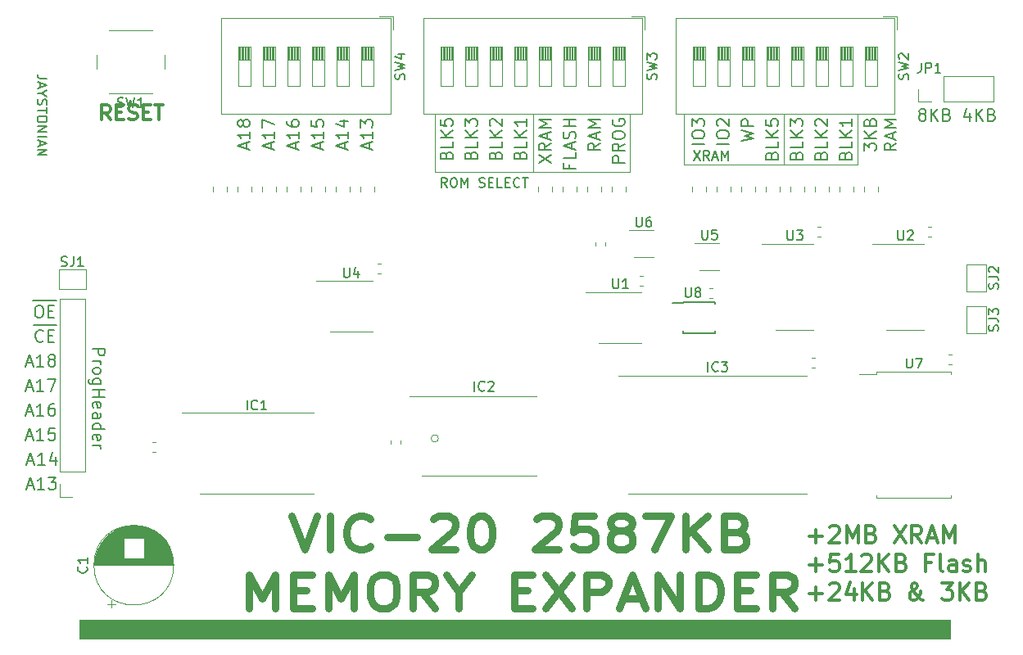
<source format=gbr>
%TF.GenerationSoftware,KiCad,Pcbnew,(5.1.10)-1*%
%TF.CreationDate,2022-08-27T22:49:55-04:00*%
%TF.ProjectId,VIC20 2587KB Memory Expander,56494332-3020-4323-9538-374b42204d65,1*%
%TF.SameCoordinates,Original*%
%TF.FileFunction,Legend,Top*%
%TF.FilePolarity,Positive*%
%FSLAX46Y46*%
G04 Gerber Fmt 4.6, Leading zero omitted, Abs format (unit mm)*
G04 Created by KiCad (PCBNEW (5.1.10)-1) date 2022-08-27 22:49:55*
%MOMM*%
%LPD*%
G01*
G04 APERTURE LIST*
%ADD10C,0.350000*%
%ADD11C,0.150000*%
%ADD12C,0.800000*%
%ADD13C,0.120000*%
%ADD14C,0.200000*%
%ADD15C,0.100000*%
G04 APERTURE END LIST*
D10*
X98532428Y-57574571D02*
X98032428Y-56860285D01*
X97675285Y-57574571D02*
X97675285Y-56074571D01*
X98246714Y-56074571D01*
X98389571Y-56146000D01*
X98461000Y-56217428D01*
X98532428Y-56360285D01*
X98532428Y-56574571D01*
X98461000Y-56717428D01*
X98389571Y-56788857D01*
X98246714Y-56860285D01*
X97675285Y-56860285D01*
X99175285Y-56788857D02*
X99675285Y-56788857D01*
X99889571Y-57574571D02*
X99175285Y-57574571D01*
X99175285Y-56074571D01*
X99889571Y-56074571D01*
X100461000Y-57503142D02*
X100675285Y-57574571D01*
X101032428Y-57574571D01*
X101175285Y-57503142D01*
X101246714Y-57431714D01*
X101318142Y-57288857D01*
X101318142Y-57146000D01*
X101246714Y-57003142D01*
X101175285Y-56931714D01*
X101032428Y-56860285D01*
X100746714Y-56788857D01*
X100603857Y-56717428D01*
X100532428Y-56646000D01*
X100461000Y-56503142D01*
X100461000Y-56360285D01*
X100532428Y-56217428D01*
X100603857Y-56146000D01*
X100746714Y-56074571D01*
X101103857Y-56074571D01*
X101318142Y-56146000D01*
X101961000Y-56788857D02*
X102461000Y-56788857D01*
X102675285Y-57574571D02*
X101961000Y-57574571D01*
X101961000Y-56074571D01*
X102675285Y-56074571D01*
X103103857Y-56074571D02*
X103961000Y-56074571D01*
X103532428Y-57574571D02*
X103532428Y-56074571D01*
D11*
X133326666Y-64587380D02*
X132993333Y-64111190D01*
X132755238Y-64587380D02*
X132755238Y-63587380D01*
X133136190Y-63587380D01*
X133231428Y-63635000D01*
X133279047Y-63682619D01*
X133326666Y-63777857D01*
X133326666Y-63920714D01*
X133279047Y-64015952D01*
X133231428Y-64063571D01*
X133136190Y-64111190D01*
X132755238Y-64111190D01*
X133945714Y-63587380D02*
X134136190Y-63587380D01*
X134231428Y-63635000D01*
X134326666Y-63730238D01*
X134374285Y-63920714D01*
X134374285Y-64254047D01*
X134326666Y-64444523D01*
X134231428Y-64539761D01*
X134136190Y-64587380D01*
X133945714Y-64587380D01*
X133850476Y-64539761D01*
X133755238Y-64444523D01*
X133707619Y-64254047D01*
X133707619Y-63920714D01*
X133755238Y-63730238D01*
X133850476Y-63635000D01*
X133945714Y-63587380D01*
X134802857Y-64587380D02*
X134802857Y-63587380D01*
X135136190Y-64301666D01*
X135469523Y-63587380D01*
X135469523Y-64587380D01*
X136660000Y-64539761D02*
X136802857Y-64587380D01*
X137040952Y-64587380D01*
X137136190Y-64539761D01*
X137183809Y-64492142D01*
X137231428Y-64396904D01*
X137231428Y-64301666D01*
X137183809Y-64206428D01*
X137136190Y-64158809D01*
X137040952Y-64111190D01*
X136850476Y-64063571D01*
X136755238Y-64015952D01*
X136707619Y-63968333D01*
X136660000Y-63873095D01*
X136660000Y-63777857D01*
X136707619Y-63682619D01*
X136755238Y-63635000D01*
X136850476Y-63587380D01*
X137088571Y-63587380D01*
X137231428Y-63635000D01*
X137660000Y-64063571D02*
X137993333Y-64063571D01*
X138136190Y-64587380D02*
X137660000Y-64587380D01*
X137660000Y-63587380D01*
X138136190Y-63587380D01*
X139040952Y-64587380D02*
X138564761Y-64587380D01*
X138564761Y-63587380D01*
X139374285Y-64063571D02*
X139707619Y-64063571D01*
X139850476Y-64587380D02*
X139374285Y-64587380D01*
X139374285Y-63587380D01*
X139850476Y-63587380D01*
X140850476Y-64492142D02*
X140802857Y-64539761D01*
X140660000Y-64587380D01*
X140564761Y-64587380D01*
X140421904Y-64539761D01*
X140326666Y-64444523D01*
X140279047Y-64349285D01*
X140231428Y-64158809D01*
X140231428Y-64015952D01*
X140279047Y-63825476D01*
X140326666Y-63730238D01*
X140421904Y-63635000D01*
X140564761Y-63587380D01*
X140660000Y-63587380D01*
X140802857Y-63635000D01*
X140850476Y-63682619D01*
X141136190Y-63587380D02*
X141707619Y-63587380D01*
X141421904Y-64587380D02*
X141421904Y-63587380D01*
X91987619Y-53340476D02*
X91273333Y-53340476D01*
X91130476Y-53292857D01*
X91035238Y-53197619D01*
X90987619Y-53054761D01*
X90987619Y-52959523D01*
X91273333Y-53769047D02*
X91273333Y-54245238D01*
X90987619Y-53673809D02*
X91987619Y-54007142D01*
X90987619Y-54340476D01*
X91463809Y-54864285D02*
X90987619Y-54864285D01*
X91987619Y-54530952D02*
X91463809Y-54864285D01*
X91987619Y-55197619D01*
X91035238Y-55483333D02*
X90987619Y-55626190D01*
X90987619Y-55864285D01*
X91035238Y-55959523D01*
X91082857Y-56007142D01*
X91178095Y-56054761D01*
X91273333Y-56054761D01*
X91368571Y-56007142D01*
X91416190Y-55959523D01*
X91463809Y-55864285D01*
X91511428Y-55673809D01*
X91559047Y-55578571D01*
X91606666Y-55530952D01*
X91701904Y-55483333D01*
X91797142Y-55483333D01*
X91892380Y-55530952D01*
X91940000Y-55578571D01*
X91987619Y-55673809D01*
X91987619Y-55911904D01*
X91940000Y-56054761D01*
X91987619Y-56340476D02*
X91987619Y-56911904D01*
X90987619Y-56626190D02*
X91987619Y-56626190D01*
X91987619Y-57435714D02*
X91987619Y-57626190D01*
X91940000Y-57721428D01*
X91844761Y-57816666D01*
X91654285Y-57864285D01*
X91320952Y-57864285D01*
X91130476Y-57816666D01*
X91035238Y-57721428D01*
X90987619Y-57626190D01*
X90987619Y-57435714D01*
X91035238Y-57340476D01*
X91130476Y-57245238D01*
X91320952Y-57197619D01*
X91654285Y-57197619D01*
X91844761Y-57245238D01*
X91940000Y-57340476D01*
X91987619Y-57435714D01*
X90987619Y-58292857D02*
X91987619Y-58292857D01*
X90987619Y-58864285D01*
X91987619Y-58864285D01*
X90987619Y-59340476D02*
X91987619Y-59340476D01*
X91273333Y-59769047D02*
X91273333Y-60245238D01*
X90987619Y-59673809D02*
X91987619Y-60007142D01*
X90987619Y-60340476D01*
X90987619Y-60673809D02*
X91987619Y-60673809D01*
X90987619Y-61245238D01*
X91987619Y-61245238D01*
D10*
X170824166Y-100655000D02*
X172157500Y-100655000D01*
X171490833Y-101321666D02*
X171490833Y-99988333D01*
X172907500Y-99738333D02*
X172990833Y-99655000D01*
X173157500Y-99571666D01*
X173574166Y-99571666D01*
X173740833Y-99655000D01*
X173824166Y-99738333D01*
X173907500Y-99905000D01*
X173907500Y-100071666D01*
X173824166Y-100321666D01*
X172824166Y-101321666D01*
X173907500Y-101321666D01*
X174657500Y-101321666D02*
X174657500Y-99571666D01*
X175240833Y-100821666D01*
X175824166Y-99571666D01*
X175824166Y-101321666D01*
X177240833Y-100405000D02*
X177490833Y-100488333D01*
X177574166Y-100571666D01*
X177657500Y-100738333D01*
X177657500Y-100988333D01*
X177574166Y-101155000D01*
X177490833Y-101238333D01*
X177324166Y-101321666D01*
X176657500Y-101321666D01*
X176657500Y-99571666D01*
X177240833Y-99571666D01*
X177407500Y-99655000D01*
X177490833Y-99738333D01*
X177574166Y-99905000D01*
X177574166Y-100071666D01*
X177490833Y-100238333D01*
X177407500Y-100321666D01*
X177240833Y-100405000D01*
X176657500Y-100405000D01*
X179574166Y-99571666D02*
X180740833Y-101321666D01*
X180740833Y-99571666D02*
X179574166Y-101321666D01*
X182407500Y-101321666D02*
X181824166Y-100488333D01*
X181407500Y-101321666D02*
X181407500Y-99571666D01*
X182074166Y-99571666D01*
X182240833Y-99655000D01*
X182324166Y-99738333D01*
X182407500Y-99905000D01*
X182407500Y-100155000D01*
X182324166Y-100321666D01*
X182240833Y-100405000D01*
X182074166Y-100488333D01*
X181407500Y-100488333D01*
X183074166Y-100821666D02*
X183907500Y-100821666D01*
X182907500Y-101321666D02*
X183490833Y-99571666D01*
X184074166Y-101321666D01*
X184657500Y-101321666D02*
X184657500Y-99571666D01*
X185240833Y-100821666D01*
X185824166Y-99571666D01*
X185824166Y-101321666D01*
X170824166Y-103630000D02*
X172157500Y-103630000D01*
X171490833Y-104296666D02*
X171490833Y-102963333D01*
X173824166Y-102546666D02*
X172990833Y-102546666D01*
X172907500Y-103380000D01*
X172990833Y-103296666D01*
X173157500Y-103213333D01*
X173574166Y-103213333D01*
X173740833Y-103296666D01*
X173824166Y-103380000D01*
X173907500Y-103546666D01*
X173907500Y-103963333D01*
X173824166Y-104130000D01*
X173740833Y-104213333D01*
X173574166Y-104296666D01*
X173157500Y-104296666D01*
X172990833Y-104213333D01*
X172907500Y-104130000D01*
X175574166Y-104296666D02*
X174574166Y-104296666D01*
X175074166Y-104296666D02*
X175074166Y-102546666D01*
X174907500Y-102796666D01*
X174740833Y-102963333D01*
X174574166Y-103046666D01*
X176240833Y-102713333D02*
X176324166Y-102630000D01*
X176490833Y-102546666D01*
X176907500Y-102546666D01*
X177074166Y-102630000D01*
X177157500Y-102713333D01*
X177240833Y-102880000D01*
X177240833Y-103046666D01*
X177157500Y-103296666D01*
X176157500Y-104296666D01*
X177240833Y-104296666D01*
X177990833Y-104296666D02*
X177990833Y-102546666D01*
X178990833Y-104296666D02*
X178240833Y-103296666D01*
X178990833Y-102546666D02*
X177990833Y-103546666D01*
X180324166Y-103380000D02*
X180574166Y-103463333D01*
X180657500Y-103546666D01*
X180740833Y-103713333D01*
X180740833Y-103963333D01*
X180657500Y-104130000D01*
X180574166Y-104213333D01*
X180407500Y-104296666D01*
X179740833Y-104296666D01*
X179740833Y-102546666D01*
X180324166Y-102546666D01*
X180490833Y-102630000D01*
X180574166Y-102713333D01*
X180657500Y-102880000D01*
X180657500Y-103046666D01*
X180574166Y-103213333D01*
X180490833Y-103296666D01*
X180324166Y-103380000D01*
X179740833Y-103380000D01*
X183407500Y-103380000D02*
X182824166Y-103380000D01*
X182824166Y-104296666D02*
X182824166Y-102546666D01*
X183657500Y-102546666D01*
X184574166Y-104296666D02*
X184407500Y-104213333D01*
X184324166Y-104046666D01*
X184324166Y-102546666D01*
X185990833Y-104296666D02*
X185990833Y-103380000D01*
X185907500Y-103213333D01*
X185740833Y-103130000D01*
X185407500Y-103130000D01*
X185240833Y-103213333D01*
X185990833Y-104213333D02*
X185824166Y-104296666D01*
X185407500Y-104296666D01*
X185240833Y-104213333D01*
X185157500Y-104046666D01*
X185157500Y-103880000D01*
X185240833Y-103713333D01*
X185407500Y-103630000D01*
X185824166Y-103630000D01*
X185990833Y-103546666D01*
X186740833Y-104213333D02*
X186907500Y-104296666D01*
X187240833Y-104296666D01*
X187407500Y-104213333D01*
X187490833Y-104046666D01*
X187490833Y-103963333D01*
X187407500Y-103796666D01*
X187240833Y-103713333D01*
X186990833Y-103713333D01*
X186824166Y-103630000D01*
X186740833Y-103463333D01*
X186740833Y-103380000D01*
X186824166Y-103213333D01*
X186990833Y-103130000D01*
X187240833Y-103130000D01*
X187407500Y-103213333D01*
X188240833Y-104296666D02*
X188240833Y-102546666D01*
X188990833Y-104296666D02*
X188990833Y-103380000D01*
X188907500Y-103213333D01*
X188740833Y-103130000D01*
X188490833Y-103130000D01*
X188324166Y-103213333D01*
X188240833Y-103296666D01*
X170824166Y-106605000D02*
X172157500Y-106605000D01*
X171490833Y-107271666D02*
X171490833Y-105938333D01*
X172907500Y-105688333D02*
X172990833Y-105605000D01*
X173157500Y-105521666D01*
X173574166Y-105521666D01*
X173740833Y-105605000D01*
X173824166Y-105688333D01*
X173907500Y-105855000D01*
X173907500Y-106021666D01*
X173824166Y-106271666D01*
X172824166Y-107271666D01*
X173907500Y-107271666D01*
X175407500Y-106105000D02*
X175407500Y-107271666D01*
X174990833Y-105438333D02*
X174574166Y-106688333D01*
X175657500Y-106688333D01*
X176324166Y-107271666D02*
X176324166Y-105521666D01*
X177324166Y-107271666D02*
X176574166Y-106271666D01*
X177324166Y-105521666D02*
X176324166Y-106521666D01*
X178657500Y-106355000D02*
X178907500Y-106438333D01*
X178990833Y-106521666D01*
X179074166Y-106688333D01*
X179074166Y-106938333D01*
X178990833Y-107105000D01*
X178907500Y-107188333D01*
X178740833Y-107271666D01*
X178074166Y-107271666D01*
X178074166Y-105521666D01*
X178657500Y-105521666D01*
X178824166Y-105605000D01*
X178907500Y-105688333D01*
X178990833Y-105855000D01*
X178990833Y-106021666D01*
X178907500Y-106188333D01*
X178824166Y-106271666D01*
X178657500Y-106355000D01*
X178074166Y-106355000D01*
X182574166Y-107271666D02*
X182490833Y-107271666D01*
X182324166Y-107188333D01*
X182074166Y-106938333D01*
X181657500Y-106438333D01*
X181490833Y-106188333D01*
X181407500Y-105938333D01*
X181407500Y-105771666D01*
X181490833Y-105605000D01*
X181657500Y-105521666D01*
X181740833Y-105521666D01*
X181907500Y-105605000D01*
X181990833Y-105771666D01*
X181990833Y-105855000D01*
X181907500Y-106021666D01*
X181824166Y-106105000D01*
X181324166Y-106438333D01*
X181240833Y-106521666D01*
X181157500Y-106688333D01*
X181157500Y-106938333D01*
X181240833Y-107105000D01*
X181324166Y-107188333D01*
X181490833Y-107271666D01*
X181740833Y-107271666D01*
X181907500Y-107188333D01*
X181990833Y-107105000D01*
X182240833Y-106771666D01*
X182324166Y-106521666D01*
X182324166Y-106355000D01*
X184490833Y-105521666D02*
X185574166Y-105521666D01*
X184990833Y-106188333D01*
X185240833Y-106188333D01*
X185407500Y-106271666D01*
X185490833Y-106355000D01*
X185574166Y-106521666D01*
X185574166Y-106938333D01*
X185490833Y-107105000D01*
X185407500Y-107188333D01*
X185240833Y-107271666D01*
X184740833Y-107271666D01*
X184574166Y-107188333D01*
X184490833Y-107105000D01*
X186324166Y-107271666D02*
X186324166Y-105521666D01*
X187324166Y-107271666D02*
X186574166Y-106271666D01*
X187324166Y-105521666D02*
X186324166Y-106521666D01*
X188657500Y-106355000D02*
X188907500Y-106438333D01*
X188990833Y-106521666D01*
X189074166Y-106688333D01*
X189074166Y-106938333D01*
X188990833Y-107105000D01*
X188907500Y-107188333D01*
X188740833Y-107271666D01*
X188074166Y-107271666D01*
X188074166Y-105521666D01*
X188657500Y-105521666D01*
X188824166Y-105605000D01*
X188907500Y-105688333D01*
X188990833Y-105855000D01*
X188990833Y-106021666D01*
X188907500Y-106188333D01*
X188824166Y-106271666D01*
X188657500Y-106355000D01*
X188074166Y-106355000D01*
D12*
X117255714Y-98563333D02*
X118589047Y-102063333D01*
X119922380Y-98563333D01*
X121255714Y-102063333D02*
X121255714Y-98563333D01*
X125446190Y-101730000D02*
X125255714Y-101896666D01*
X124684285Y-102063333D01*
X124303333Y-102063333D01*
X123731904Y-101896666D01*
X123350952Y-101563333D01*
X123160476Y-101230000D01*
X122970000Y-100563333D01*
X122970000Y-100063333D01*
X123160476Y-99396666D01*
X123350952Y-99063333D01*
X123731904Y-98730000D01*
X124303333Y-98563333D01*
X124684285Y-98563333D01*
X125255714Y-98730000D01*
X125446190Y-98896666D01*
X127160476Y-100730000D02*
X130208095Y-100730000D01*
X131922380Y-98896666D02*
X132112857Y-98730000D01*
X132493809Y-98563333D01*
X133446190Y-98563333D01*
X133827142Y-98730000D01*
X134017619Y-98896666D01*
X134208095Y-99230000D01*
X134208095Y-99563333D01*
X134017619Y-100063333D01*
X131731904Y-102063333D01*
X134208095Y-102063333D01*
X136684285Y-98563333D02*
X137065238Y-98563333D01*
X137446190Y-98730000D01*
X137636666Y-98896666D01*
X137827142Y-99230000D01*
X138017619Y-99896666D01*
X138017619Y-100730000D01*
X137827142Y-101396666D01*
X137636666Y-101730000D01*
X137446190Y-101896666D01*
X137065238Y-102063333D01*
X136684285Y-102063333D01*
X136303333Y-101896666D01*
X136112857Y-101730000D01*
X135922380Y-101396666D01*
X135731904Y-100730000D01*
X135731904Y-99896666D01*
X135922380Y-99230000D01*
X136112857Y-98896666D01*
X136303333Y-98730000D01*
X136684285Y-98563333D01*
X142589047Y-98896666D02*
X142779523Y-98730000D01*
X143160476Y-98563333D01*
X144112857Y-98563333D01*
X144493809Y-98730000D01*
X144684285Y-98896666D01*
X144874761Y-99230000D01*
X144874761Y-99563333D01*
X144684285Y-100063333D01*
X142398571Y-102063333D01*
X144874761Y-102063333D01*
X148493809Y-98563333D02*
X146589047Y-98563333D01*
X146398571Y-100230000D01*
X146589047Y-100063333D01*
X146970000Y-99896666D01*
X147922380Y-99896666D01*
X148303333Y-100063333D01*
X148493809Y-100230000D01*
X148684285Y-100563333D01*
X148684285Y-101396666D01*
X148493809Y-101730000D01*
X148303333Y-101896666D01*
X147922380Y-102063333D01*
X146970000Y-102063333D01*
X146589047Y-101896666D01*
X146398571Y-101730000D01*
X150970000Y-100063333D02*
X150589047Y-99896666D01*
X150398571Y-99730000D01*
X150208095Y-99396666D01*
X150208095Y-99230000D01*
X150398571Y-98896666D01*
X150589047Y-98730000D01*
X150970000Y-98563333D01*
X151731904Y-98563333D01*
X152112857Y-98730000D01*
X152303333Y-98896666D01*
X152493809Y-99230000D01*
X152493809Y-99396666D01*
X152303333Y-99730000D01*
X152112857Y-99896666D01*
X151731904Y-100063333D01*
X150970000Y-100063333D01*
X150589047Y-100230000D01*
X150398571Y-100396666D01*
X150208095Y-100730000D01*
X150208095Y-101396666D01*
X150398571Y-101730000D01*
X150589047Y-101896666D01*
X150970000Y-102063333D01*
X151731904Y-102063333D01*
X152112857Y-101896666D01*
X152303333Y-101730000D01*
X152493809Y-101396666D01*
X152493809Y-100730000D01*
X152303333Y-100396666D01*
X152112857Y-100230000D01*
X151731904Y-100063333D01*
X153827142Y-98563333D02*
X156493809Y-98563333D01*
X154779523Y-102063333D01*
X158017619Y-102063333D02*
X158017619Y-98563333D01*
X160303333Y-102063333D02*
X158589047Y-100063333D01*
X160303333Y-98563333D02*
X158017619Y-100563333D01*
X163350952Y-100230000D02*
X163922380Y-100396666D01*
X164112857Y-100563333D01*
X164303333Y-100896666D01*
X164303333Y-101396666D01*
X164112857Y-101730000D01*
X163922380Y-101896666D01*
X163541428Y-102063333D01*
X162017619Y-102063333D01*
X162017619Y-98563333D01*
X163350952Y-98563333D01*
X163731904Y-98730000D01*
X163922380Y-98896666D01*
X164112857Y-99230000D01*
X164112857Y-99563333D01*
X163922380Y-99896666D01*
X163731904Y-100063333D01*
X163350952Y-100230000D01*
X162017619Y-100230000D01*
X112874761Y-108113333D02*
X112874761Y-104613333D01*
X114208095Y-107113333D01*
X115541428Y-104613333D01*
X115541428Y-108113333D01*
X117446190Y-106280000D02*
X118779523Y-106280000D01*
X119350952Y-108113333D02*
X117446190Y-108113333D01*
X117446190Y-104613333D01*
X119350952Y-104613333D01*
X121065238Y-108113333D02*
X121065238Y-104613333D01*
X122398571Y-107113333D01*
X123731904Y-104613333D01*
X123731904Y-108113333D01*
X126398571Y-104613333D02*
X127160476Y-104613333D01*
X127541428Y-104780000D01*
X127922380Y-105113333D01*
X128112857Y-105780000D01*
X128112857Y-106946666D01*
X127922380Y-107613333D01*
X127541428Y-107946666D01*
X127160476Y-108113333D01*
X126398571Y-108113333D01*
X126017619Y-107946666D01*
X125636666Y-107613333D01*
X125446190Y-106946666D01*
X125446190Y-105780000D01*
X125636666Y-105113333D01*
X126017619Y-104780000D01*
X126398571Y-104613333D01*
X132112857Y-108113333D02*
X130779523Y-106446666D01*
X129827142Y-108113333D02*
X129827142Y-104613333D01*
X131350952Y-104613333D01*
X131731904Y-104780000D01*
X131922380Y-104946666D01*
X132112857Y-105280000D01*
X132112857Y-105780000D01*
X131922380Y-106113333D01*
X131731904Y-106280000D01*
X131350952Y-106446666D01*
X129827142Y-106446666D01*
X134589047Y-106446666D02*
X134589047Y-108113333D01*
X133255714Y-104613333D02*
X134589047Y-106446666D01*
X135922380Y-104613333D01*
X140303333Y-106280000D02*
X141636666Y-106280000D01*
X142208095Y-108113333D02*
X140303333Y-108113333D01*
X140303333Y-104613333D01*
X142208095Y-104613333D01*
X143541428Y-104613333D02*
X146208095Y-108113333D01*
X146208095Y-104613333D02*
X143541428Y-108113333D01*
X147731904Y-108113333D02*
X147731904Y-104613333D01*
X149255714Y-104613333D01*
X149636666Y-104780000D01*
X149827142Y-104946666D01*
X150017619Y-105280000D01*
X150017619Y-105780000D01*
X149827142Y-106113333D01*
X149636666Y-106280000D01*
X149255714Y-106446666D01*
X147731904Y-106446666D01*
X151541428Y-107113333D02*
X153446190Y-107113333D01*
X151160476Y-108113333D02*
X152493809Y-104613333D01*
X153827142Y-108113333D01*
X155160476Y-108113333D02*
X155160476Y-104613333D01*
X157446190Y-108113333D01*
X157446190Y-104613333D01*
X159350952Y-108113333D02*
X159350952Y-104613333D01*
X160303333Y-104613333D01*
X160874761Y-104780000D01*
X161255714Y-105113333D01*
X161446190Y-105446666D01*
X161636666Y-106113333D01*
X161636666Y-106613333D01*
X161446190Y-107280000D01*
X161255714Y-107613333D01*
X160874761Y-107946666D01*
X160303333Y-108113333D01*
X159350952Y-108113333D01*
X163350952Y-106280000D02*
X164684285Y-106280000D01*
X165255714Y-108113333D02*
X163350952Y-108113333D01*
X163350952Y-104613333D01*
X165255714Y-104613333D01*
X169255714Y-108113333D02*
X167922380Y-106446666D01*
X166970000Y-108113333D02*
X166970000Y-104613333D01*
X168493809Y-104613333D01*
X168874761Y-104780000D01*
X169065238Y-104946666D01*
X169255714Y-105280000D01*
X169255714Y-105780000D01*
X169065238Y-106113333D01*
X168874761Y-106280000D01*
X168493809Y-106446666D01*
X166970000Y-106446666D01*
D13*
X132080000Y-62992000D02*
X132080000Y-57023000D01*
X142240000Y-62992000D02*
X132080000Y-62992000D01*
X152273000Y-62992000D02*
X152273000Y-57023000D01*
X142240000Y-62992000D02*
X152273000Y-62992000D01*
X142240000Y-57023000D02*
X142240000Y-62992000D01*
X175768000Y-62230000D02*
X175768000Y-57023000D01*
X168148000Y-62230000D02*
X175768000Y-62230000D01*
X157861000Y-62230000D02*
X157861000Y-57023000D01*
X168148000Y-62230000D02*
X157861000Y-62230000D01*
X168148000Y-57023000D02*
X168148000Y-62230000D01*
D11*
X158821666Y-60793380D02*
X159488333Y-61793380D01*
X159488333Y-60793380D02*
X158821666Y-61793380D01*
X160440714Y-61793380D02*
X160107380Y-61317190D01*
X159869285Y-61793380D02*
X159869285Y-60793380D01*
X160250238Y-60793380D01*
X160345476Y-60841000D01*
X160393095Y-60888619D01*
X160440714Y-60983857D01*
X160440714Y-61126714D01*
X160393095Y-61221952D01*
X160345476Y-61269571D01*
X160250238Y-61317190D01*
X159869285Y-61317190D01*
X160821666Y-61507666D02*
X161297857Y-61507666D01*
X160726428Y-61793380D02*
X161059761Y-60793380D01*
X161393095Y-61793380D01*
X161726428Y-61793380D02*
X161726428Y-60793380D01*
X162059761Y-61507666D01*
X162393095Y-60793380D01*
X162393095Y-61793380D01*
D14*
X182364523Y-57001190D02*
X182245476Y-56941666D01*
X182185952Y-56882142D01*
X182126428Y-56763095D01*
X182126428Y-56703571D01*
X182185952Y-56584523D01*
X182245476Y-56525000D01*
X182364523Y-56465476D01*
X182602619Y-56465476D01*
X182721666Y-56525000D01*
X182781190Y-56584523D01*
X182840714Y-56703571D01*
X182840714Y-56763095D01*
X182781190Y-56882142D01*
X182721666Y-56941666D01*
X182602619Y-57001190D01*
X182364523Y-57001190D01*
X182245476Y-57060714D01*
X182185952Y-57120238D01*
X182126428Y-57239285D01*
X182126428Y-57477380D01*
X182185952Y-57596428D01*
X182245476Y-57655952D01*
X182364523Y-57715476D01*
X182602619Y-57715476D01*
X182721666Y-57655952D01*
X182781190Y-57596428D01*
X182840714Y-57477380D01*
X182840714Y-57239285D01*
X182781190Y-57120238D01*
X182721666Y-57060714D01*
X182602619Y-57001190D01*
X183376428Y-57715476D02*
X183376428Y-56465476D01*
X184090714Y-57715476D02*
X183555000Y-57001190D01*
X184090714Y-56465476D02*
X183376428Y-57179761D01*
X185043095Y-57060714D02*
X185221666Y-57120238D01*
X185281190Y-57179761D01*
X185340714Y-57298809D01*
X185340714Y-57477380D01*
X185281190Y-57596428D01*
X185221666Y-57655952D01*
X185102619Y-57715476D01*
X184626428Y-57715476D01*
X184626428Y-56465476D01*
X185043095Y-56465476D01*
X185162142Y-56525000D01*
X185221666Y-56584523D01*
X185281190Y-56703571D01*
X185281190Y-56822619D01*
X185221666Y-56941666D01*
X185162142Y-57001190D01*
X185043095Y-57060714D01*
X184626428Y-57060714D01*
X187364523Y-56882142D02*
X187364523Y-57715476D01*
X187066904Y-56405952D02*
X186769285Y-57298809D01*
X187543095Y-57298809D01*
X188019285Y-57715476D02*
X188019285Y-56465476D01*
X188733571Y-57715476D02*
X188197857Y-57001190D01*
X188733571Y-56465476D02*
X188019285Y-57179761D01*
X189685952Y-57060714D02*
X189864523Y-57120238D01*
X189924047Y-57179761D01*
X189983571Y-57298809D01*
X189983571Y-57477380D01*
X189924047Y-57596428D01*
X189864523Y-57655952D01*
X189745476Y-57715476D01*
X189269285Y-57715476D01*
X189269285Y-56465476D01*
X189685952Y-56465476D01*
X189805000Y-56525000D01*
X189864523Y-56584523D01*
X189924047Y-56703571D01*
X189924047Y-56822619D01*
X189864523Y-56941666D01*
X189805000Y-57001190D01*
X189685952Y-57060714D01*
X189269285Y-57060714D01*
X96716523Y-81270714D02*
X97966523Y-81270714D01*
X97966523Y-81746904D01*
X97907000Y-81865952D01*
X97847476Y-81925476D01*
X97728428Y-81985000D01*
X97549857Y-81985000D01*
X97430809Y-81925476D01*
X97371285Y-81865952D01*
X97311761Y-81746904D01*
X97311761Y-81270714D01*
X96716523Y-82520714D02*
X97549857Y-82520714D01*
X97311761Y-82520714D02*
X97430809Y-82580238D01*
X97490333Y-82639761D01*
X97549857Y-82758809D01*
X97549857Y-82877857D01*
X96716523Y-83473095D02*
X96776047Y-83354047D01*
X96835571Y-83294523D01*
X96954619Y-83235000D01*
X97311761Y-83235000D01*
X97430809Y-83294523D01*
X97490333Y-83354047D01*
X97549857Y-83473095D01*
X97549857Y-83651666D01*
X97490333Y-83770714D01*
X97430809Y-83830238D01*
X97311761Y-83889761D01*
X96954619Y-83889761D01*
X96835571Y-83830238D01*
X96776047Y-83770714D01*
X96716523Y-83651666D01*
X96716523Y-83473095D01*
X97549857Y-84961190D02*
X96537952Y-84961190D01*
X96418904Y-84901666D01*
X96359380Y-84842142D01*
X96299857Y-84723095D01*
X96299857Y-84544523D01*
X96359380Y-84425476D01*
X96776047Y-84961190D02*
X96716523Y-84842142D01*
X96716523Y-84604047D01*
X96776047Y-84485000D01*
X96835571Y-84425476D01*
X96954619Y-84365952D01*
X97311761Y-84365952D01*
X97430809Y-84425476D01*
X97490333Y-84485000D01*
X97549857Y-84604047D01*
X97549857Y-84842142D01*
X97490333Y-84961190D01*
X96716523Y-85556428D02*
X97966523Y-85556428D01*
X97371285Y-85556428D02*
X97371285Y-86270714D01*
X96716523Y-86270714D02*
X97966523Y-86270714D01*
X96776047Y-87342142D02*
X96716523Y-87223095D01*
X96716523Y-86985000D01*
X96776047Y-86865952D01*
X96895095Y-86806428D01*
X97371285Y-86806428D01*
X97490333Y-86865952D01*
X97549857Y-86985000D01*
X97549857Y-87223095D01*
X97490333Y-87342142D01*
X97371285Y-87401666D01*
X97252238Y-87401666D01*
X97133190Y-86806428D01*
X96716523Y-88473095D02*
X97371285Y-88473095D01*
X97490333Y-88413571D01*
X97549857Y-88294523D01*
X97549857Y-88056428D01*
X97490333Y-87937380D01*
X96776047Y-88473095D02*
X96716523Y-88354047D01*
X96716523Y-88056428D01*
X96776047Y-87937380D01*
X96895095Y-87877857D01*
X97014142Y-87877857D01*
X97133190Y-87937380D01*
X97192714Y-88056428D01*
X97192714Y-88354047D01*
X97252238Y-88473095D01*
X96716523Y-89604047D02*
X97966523Y-89604047D01*
X96776047Y-89604047D02*
X96716523Y-89485000D01*
X96716523Y-89246904D01*
X96776047Y-89127857D01*
X96835571Y-89068333D01*
X96954619Y-89008809D01*
X97311761Y-89008809D01*
X97430809Y-89068333D01*
X97490333Y-89127857D01*
X97549857Y-89246904D01*
X97549857Y-89485000D01*
X97490333Y-89604047D01*
X96776047Y-90675476D02*
X96716523Y-90556428D01*
X96716523Y-90318333D01*
X96776047Y-90199285D01*
X96895095Y-90139761D01*
X97371285Y-90139761D01*
X97490333Y-90199285D01*
X97549857Y-90318333D01*
X97549857Y-90556428D01*
X97490333Y-90675476D01*
X97371285Y-90735000D01*
X97252238Y-90735000D01*
X97133190Y-90139761D01*
X96716523Y-91270714D02*
X97549857Y-91270714D01*
X97311761Y-91270714D02*
X97430809Y-91330238D01*
X97490333Y-91389761D01*
X97549857Y-91508809D01*
X97549857Y-91627857D01*
X89940714Y-95458333D02*
X90535952Y-95458333D01*
X89821666Y-95815476D02*
X90238333Y-94565476D01*
X90655000Y-95815476D01*
X91726428Y-95815476D02*
X91012142Y-95815476D01*
X91369285Y-95815476D02*
X91369285Y-94565476D01*
X91250238Y-94744047D01*
X91131190Y-94863095D01*
X91012142Y-94922619D01*
X92143095Y-94565476D02*
X92916904Y-94565476D01*
X92500238Y-95041666D01*
X92678809Y-95041666D01*
X92797857Y-95101190D01*
X92857380Y-95160714D01*
X92916904Y-95279761D01*
X92916904Y-95577380D01*
X92857380Y-95696428D01*
X92797857Y-95755952D01*
X92678809Y-95815476D01*
X92321666Y-95815476D01*
X92202619Y-95755952D01*
X92143095Y-95696428D01*
X90000714Y-92918333D02*
X90595952Y-92918333D01*
X89881666Y-93275476D02*
X90298333Y-92025476D01*
X90715000Y-93275476D01*
X91786428Y-93275476D02*
X91072142Y-93275476D01*
X91429285Y-93275476D02*
X91429285Y-92025476D01*
X91310238Y-92204047D01*
X91191190Y-92323095D01*
X91072142Y-92382619D01*
X92857857Y-92442142D02*
X92857857Y-93275476D01*
X92560238Y-91965952D02*
X92262619Y-92858809D01*
X93036428Y-92858809D01*
X89873714Y-90378333D02*
X90468952Y-90378333D01*
X89754666Y-90735476D02*
X90171333Y-89485476D01*
X90588000Y-90735476D01*
X91659428Y-90735476D02*
X90945142Y-90735476D01*
X91302285Y-90735476D02*
X91302285Y-89485476D01*
X91183238Y-89664047D01*
X91064190Y-89783095D01*
X90945142Y-89842619D01*
X92790380Y-89485476D02*
X92195142Y-89485476D01*
X92135619Y-90080714D01*
X92195142Y-90021190D01*
X92314190Y-89961666D01*
X92611809Y-89961666D01*
X92730857Y-90021190D01*
X92790380Y-90080714D01*
X92849904Y-90199761D01*
X92849904Y-90497380D01*
X92790380Y-90616428D01*
X92730857Y-90675952D01*
X92611809Y-90735476D01*
X92314190Y-90735476D01*
X92195142Y-90675952D01*
X92135619Y-90616428D01*
X89873714Y-87838333D02*
X90468952Y-87838333D01*
X89754666Y-88195476D02*
X90171333Y-86945476D01*
X90588000Y-88195476D01*
X91659428Y-88195476D02*
X90945142Y-88195476D01*
X91302285Y-88195476D02*
X91302285Y-86945476D01*
X91183238Y-87124047D01*
X91064190Y-87243095D01*
X90945142Y-87302619D01*
X92730857Y-86945476D02*
X92492761Y-86945476D01*
X92373714Y-87005000D01*
X92314190Y-87064523D01*
X92195142Y-87243095D01*
X92135619Y-87481190D01*
X92135619Y-87957380D01*
X92195142Y-88076428D01*
X92254666Y-88135952D01*
X92373714Y-88195476D01*
X92611809Y-88195476D01*
X92730857Y-88135952D01*
X92790380Y-88076428D01*
X92849904Y-87957380D01*
X92849904Y-87659761D01*
X92790380Y-87540714D01*
X92730857Y-87481190D01*
X92611809Y-87421666D01*
X92373714Y-87421666D01*
X92254666Y-87481190D01*
X92195142Y-87540714D01*
X92135619Y-87659761D01*
X89873714Y-85298333D02*
X90468952Y-85298333D01*
X89754666Y-85655476D02*
X90171333Y-84405476D01*
X90588000Y-85655476D01*
X91659428Y-85655476D02*
X90945142Y-85655476D01*
X91302285Y-85655476D02*
X91302285Y-84405476D01*
X91183238Y-84584047D01*
X91064190Y-84703095D01*
X90945142Y-84762619D01*
X92076095Y-84405476D02*
X92909428Y-84405476D01*
X92373714Y-85655476D01*
X89873714Y-82758333D02*
X90468952Y-82758333D01*
X89754666Y-83115476D02*
X90171333Y-81865476D01*
X90588000Y-83115476D01*
X91659428Y-83115476D02*
X90945142Y-83115476D01*
X91302285Y-83115476D02*
X91302285Y-81865476D01*
X91183238Y-82044047D01*
X91064190Y-82163095D01*
X90945142Y-82222619D01*
X92373714Y-82401190D02*
X92254666Y-82341666D01*
X92195142Y-82282142D01*
X92135619Y-82163095D01*
X92135619Y-82103571D01*
X92195142Y-81984523D01*
X92254666Y-81925000D01*
X92373714Y-81865476D01*
X92611809Y-81865476D01*
X92730857Y-81925000D01*
X92790380Y-81984523D01*
X92849904Y-82103571D01*
X92849904Y-82163095D01*
X92790380Y-82282142D01*
X92730857Y-82341666D01*
X92611809Y-82401190D01*
X92373714Y-82401190D01*
X92254666Y-82460714D01*
X92195142Y-82520238D01*
X92135619Y-82639285D01*
X92135619Y-82877380D01*
X92195142Y-82996428D01*
X92254666Y-83055952D01*
X92373714Y-83115476D01*
X92611809Y-83115476D01*
X92730857Y-83055952D01*
X92790380Y-82996428D01*
X92849904Y-82877380D01*
X92849904Y-82639285D01*
X92790380Y-82520238D01*
X92730857Y-82460714D01*
X92611809Y-82401190D01*
X90580047Y-78850000D02*
X91830047Y-78850000D01*
X91591952Y-80456428D02*
X91532428Y-80515952D01*
X91353857Y-80575476D01*
X91234809Y-80575476D01*
X91056238Y-80515952D01*
X90937190Y-80396904D01*
X90877666Y-80277857D01*
X90818142Y-80039761D01*
X90818142Y-79861190D01*
X90877666Y-79623095D01*
X90937190Y-79504047D01*
X91056238Y-79385000D01*
X91234809Y-79325476D01*
X91353857Y-79325476D01*
X91532428Y-79385000D01*
X91591952Y-79444523D01*
X91830047Y-78850000D02*
X92961000Y-78850000D01*
X92127666Y-79920714D02*
X92544333Y-79920714D01*
X92722904Y-80575476D02*
X92127666Y-80575476D01*
X92127666Y-79325476D01*
X92722904Y-79325476D01*
X90520523Y-76310000D02*
X91830047Y-76310000D01*
X91056238Y-76785476D02*
X91294333Y-76785476D01*
X91413380Y-76845000D01*
X91532428Y-76964047D01*
X91591952Y-77202142D01*
X91591952Y-77618809D01*
X91532428Y-77856904D01*
X91413380Y-77975952D01*
X91294333Y-78035476D01*
X91056238Y-78035476D01*
X90937190Y-77975952D01*
X90818142Y-77856904D01*
X90758619Y-77618809D01*
X90758619Y-77202142D01*
X90818142Y-76964047D01*
X90937190Y-76845000D01*
X91056238Y-76785476D01*
X91830047Y-76310000D02*
X92961000Y-76310000D01*
X92127666Y-77380714D02*
X92544333Y-77380714D01*
X92722904Y-78035476D02*
X92127666Y-78035476D01*
X92127666Y-76785476D01*
X92722904Y-76785476D01*
X159950476Y-60077619D02*
X158700476Y-60077619D01*
X158700476Y-59244285D02*
X158700476Y-59006190D01*
X158760000Y-58887142D01*
X158879047Y-58768095D01*
X159117142Y-58708571D01*
X159533809Y-58708571D01*
X159771904Y-58768095D01*
X159890952Y-58887142D01*
X159950476Y-59006190D01*
X159950476Y-59244285D01*
X159890952Y-59363333D01*
X159771904Y-59482380D01*
X159533809Y-59541904D01*
X159117142Y-59541904D01*
X158879047Y-59482380D01*
X158760000Y-59363333D01*
X158700476Y-59244285D01*
X158700476Y-58291904D02*
X158700476Y-57518095D01*
X159176666Y-57934761D01*
X159176666Y-57756190D01*
X159236190Y-57637142D01*
X159295714Y-57577619D01*
X159414761Y-57518095D01*
X159712380Y-57518095D01*
X159831428Y-57577619D01*
X159890952Y-57637142D01*
X159950476Y-57756190D01*
X159950476Y-58113333D01*
X159890952Y-58232380D01*
X159831428Y-58291904D01*
X162490476Y-60077619D02*
X161240476Y-60077619D01*
X161240476Y-59244285D02*
X161240476Y-59006190D01*
X161300000Y-58887142D01*
X161419047Y-58768095D01*
X161657142Y-58708571D01*
X162073809Y-58708571D01*
X162311904Y-58768095D01*
X162430952Y-58887142D01*
X162490476Y-59006190D01*
X162490476Y-59244285D01*
X162430952Y-59363333D01*
X162311904Y-59482380D01*
X162073809Y-59541904D01*
X161657142Y-59541904D01*
X161419047Y-59482380D01*
X161300000Y-59363333D01*
X161240476Y-59244285D01*
X161359523Y-58232380D02*
X161300000Y-58172857D01*
X161240476Y-58053809D01*
X161240476Y-57756190D01*
X161300000Y-57637142D01*
X161359523Y-57577619D01*
X161478571Y-57518095D01*
X161597619Y-57518095D01*
X161776190Y-57577619D01*
X162490476Y-58291904D01*
X162490476Y-57518095D01*
X163780476Y-59780000D02*
X165030476Y-59482380D01*
X164137619Y-59244285D01*
X165030476Y-59006190D01*
X163780476Y-58708571D01*
X165030476Y-58232380D02*
X163780476Y-58232380D01*
X163780476Y-57756190D01*
X163840000Y-57637142D01*
X163899523Y-57577619D01*
X164018571Y-57518095D01*
X164197142Y-57518095D01*
X164316190Y-57577619D01*
X164375714Y-57637142D01*
X164435238Y-57756190D01*
X164435238Y-58232380D01*
X166915714Y-61268095D02*
X166975238Y-61089523D01*
X167034761Y-61030000D01*
X167153809Y-60970476D01*
X167332380Y-60970476D01*
X167451428Y-61030000D01*
X167510952Y-61089523D01*
X167570476Y-61208571D01*
X167570476Y-61684761D01*
X166320476Y-61684761D01*
X166320476Y-61268095D01*
X166380000Y-61149047D01*
X166439523Y-61089523D01*
X166558571Y-61030000D01*
X166677619Y-61030000D01*
X166796666Y-61089523D01*
X166856190Y-61149047D01*
X166915714Y-61268095D01*
X166915714Y-61684761D01*
X167570476Y-59839523D02*
X167570476Y-60434761D01*
X166320476Y-60434761D01*
X167570476Y-59422857D02*
X166320476Y-59422857D01*
X167570476Y-58708571D02*
X166856190Y-59244285D01*
X166320476Y-58708571D02*
X167034761Y-59422857D01*
X166320476Y-57577619D02*
X166320476Y-58172857D01*
X166915714Y-58232380D01*
X166856190Y-58172857D01*
X166796666Y-58053809D01*
X166796666Y-57756190D01*
X166856190Y-57637142D01*
X166915714Y-57577619D01*
X167034761Y-57518095D01*
X167332380Y-57518095D01*
X167451428Y-57577619D01*
X167510952Y-57637142D01*
X167570476Y-57756190D01*
X167570476Y-58053809D01*
X167510952Y-58172857D01*
X167451428Y-58232380D01*
X169455714Y-61268095D02*
X169515238Y-61089523D01*
X169574761Y-61030000D01*
X169693809Y-60970476D01*
X169872380Y-60970476D01*
X169991428Y-61030000D01*
X170050952Y-61089523D01*
X170110476Y-61208571D01*
X170110476Y-61684761D01*
X168860476Y-61684761D01*
X168860476Y-61268095D01*
X168920000Y-61149047D01*
X168979523Y-61089523D01*
X169098571Y-61030000D01*
X169217619Y-61030000D01*
X169336666Y-61089523D01*
X169396190Y-61149047D01*
X169455714Y-61268095D01*
X169455714Y-61684761D01*
X170110476Y-59839523D02*
X170110476Y-60434761D01*
X168860476Y-60434761D01*
X170110476Y-59422857D02*
X168860476Y-59422857D01*
X170110476Y-58708571D02*
X169396190Y-59244285D01*
X168860476Y-58708571D02*
X169574761Y-59422857D01*
X168860476Y-58291904D02*
X168860476Y-57518095D01*
X169336666Y-57934761D01*
X169336666Y-57756190D01*
X169396190Y-57637142D01*
X169455714Y-57577619D01*
X169574761Y-57518095D01*
X169872380Y-57518095D01*
X169991428Y-57577619D01*
X170050952Y-57637142D01*
X170110476Y-57756190D01*
X170110476Y-58113333D01*
X170050952Y-58232380D01*
X169991428Y-58291904D01*
X171995714Y-61268095D02*
X172055238Y-61089523D01*
X172114761Y-61030000D01*
X172233809Y-60970476D01*
X172412380Y-60970476D01*
X172531428Y-61030000D01*
X172590952Y-61089523D01*
X172650476Y-61208571D01*
X172650476Y-61684761D01*
X171400476Y-61684761D01*
X171400476Y-61268095D01*
X171460000Y-61149047D01*
X171519523Y-61089523D01*
X171638571Y-61030000D01*
X171757619Y-61030000D01*
X171876666Y-61089523D01*
X171936190Y-61149047D01*
X171995714Y-61268095D01*
X171995714Y-61684761D01*
X172650476Y-59839523D02*
X172650476Y-60434761D01*
X171400476Y-60434761D01*
X172650476Y-59422857D02*
X171400476Y-59422857D01*
X172650476Y-58708571D02*
X171936190Y-59244285D01*
X171400476Y-58708571D02*
X172114761Y-59422857D01*
X171519523Y-58232380D02*
X171460000Y-58172857D01*
X171400476Y-58053809D01*
X171400476Y-57756190D01*
X171460000Y-57637142D01*
X171519523Y-57577619D01*
X171638571Y-57518095D01*
X171757619Y-57518095D01*
X171936190Y-57577619D01*
X172650476Y-58291904D01*
X172650476Y-57518095D01*
X174535714Y-61268095D02*
X174595238Y-61089523D01*
X174654761Y-61030000D01*
X174773809Y-60970476D01*
X174952380Y-60970476D01*
X175071428Y-61030000D01*
X175130952Y-61089523D01*
X175190476Y-61208571D01*
X175190476Y-61684761D01*
X173940476Y-61684761D01*
X173940476Y-61268095D01*
X174000000Y-61149047D01*
X174059523Y-61089523D01*
X174178571Y-61030000D01*
X174297619Y-61030000D01*
X174416666Y-61089523D01*
X174476190Y-61149047D01*
X174535714Y-61268095D01*
X174535714Y-61684761D01*
X175190476Y-59839523D02*
X175190476Y-60434761D01*
X173940476Y-60434761D01*
X175190476Y-59422857D02*
X173940476Y-59422857D01*
X175190476Y-58708571D02*
X174476190Y-59244285D01*
X173940476Y-58708571D02*
X174654761Y-59422857D01*
X175190476Y-57518095D02*
X175190476Y-58232380D01*
X175190476Y-57875238D02*
X173940476Y-57875238D01*
X174119047Y-57994285D01*
X174238095Y-58113333D01*
X174297619Y-58232380D01*
X176458976Y-60791904D02*
X176458976Y-60018095D01*
X176935166Y-60434761D01*
X176935166Y-60256190D01*
X176994690Y-60137142D01*
X177054214Y-60077619D01*
X177173261Y-60018095D01*
X177470880Y-60018095D01*
X177589928Y-60077619D01*
X177649452Y-60137142D01*
X177708976Y-60256190D01*
X177708976Y-60613333D01*
X177649452Y-60732380D01*
X177589928Y-60791904D01*
X177708976Y-59482380D02*
X176458976Y-59482380D01*
X177708976Y-58768095D02*
X176994690Y-59303809D01*
X176458976Y-58768095D02*
X177173261Y-59482380D01*
X177054214Y-57815714D02*
X177113738Y-57637142D01*
X177173261Y-57577619D01*
X177292309Y-57518095D01*
X177470880Y-57518095D01*
X177589928Y-57577619D01*
X177649452Y-57637142D01*
X177708976Y-57756190D01*
X177708976Y-58232380D01*
X176458976Y-58232380D01*
X176458976Y-57815714D01*
X176518500Y-57696666D01*
X176578023Y-57637142D01*
X176697071Y-57577619D01*
X176816119Y-57577619D01*
X176935166Y-57637142D01*
X176994690Y-57696666D01*
X177054214Y-57815714D01*
X177054214Y-58232380D01*
X179783976Y-60018095D02*
X179188738Y-60434761D01*
X179783976Y-60732380D02*
X178533976Y-60732380D01*
X178533976Y-60256190D01*
X178593500Y-60137142D01*
X178653023Y-60077619D01*
X178772071Y-60018095D01*
X178950642Y-60018095D01*
X179069690Y-60077619D01*
X179129214Y-60137142D01*
X179188738Y-60256190D01*
X179188738Y-60732380D01*
X179426833Y-59541904D02*
X179426833Y-58946666D01*
X179783976Y-59660952D02*
X178533976Y-59244285D01*
X179783976Y-58827619D01*
X179783976Y-58410952D02*
X178533976Y-58410952D01*
X179426833Y-57994285D01*
X178533976Y-57577619D01*
X179783976Y-57577619D01*
X151695476Y-62041904D02*
X150445476Y-62041904D01*
X150445476Y-61565714D01*
X150505000Y-61446666D01*
X150564523Y-61387142D01*
X150683571Y-61327619D01*
X150862142Y-61327619D01*
X150981190Y-61387142D01*
X151040714Y-61446666D01*
X151100238Y-61565714D01*
X151100238Y-62041904D01*
X151695476Y-60077619D02*
X151100238Y-60494285D01*
X151695476Y-60791904D02*
X150445476Y-60791904D01*
X150445476Y-60315714D01*
X150505000Y-60196666D01*
X150564523Y-60137142D01*
X150683571Y-60077619D01*
X150862142Y-60077619D01*
X150981190Y-60137142D01*
X151040714Y-60196666D01*
X151100238Y-60315714D01*
X151100238Y-60791904D01*
X150445476Y-59303809D02*
X150445476Y-59065714D01*
X150505000Y-58946666D01*
X150624047Y-58827619D01*
X150862142Y-58768095D01*
X151278809Y-58768095D01*
X151516904Y-58827619D01*
X151635952Y-58946666D01*
X151695476Y-59065714D01*
X151695476Y-59303809D01*
X151635952Y-59422857D01*
X151516904Y-59541904D01*
X151278809Y-59601428D01*
X150862142Y-59601428D01*
X150624047Y-59541904D01*
X150505000Y-59422857D01*
X150445476Y-59303809D01*
X150505000Y-57577619D02*
X150445476Y-57696666D01*
X150445476Y-57875238D01*
X150505000Y-58053809D01*
X150624047Y-58172857D01*
X150743095Y-58232380D01*
X150981190Y-58291904D01*
X151159761Y-58291904D01*
X151397857Y-58232380D01*
X151516904Y-58172857D01*
X151635952Y-58053809D01*
X151695476Y-57875238D01*
X151695476Y-57756190D01*
X151635952Y-57577619D01*
X151576428Y-57518095D01*
X151159761Y-57518095D01*
X151159761Y-57756190D01*
X149155476Y-60018095D02*
X148560238Y-60434761D01*
X149155476Y-60732380D02*
X147905476Y-60732380D01*
X147905476Y-60256190D01*
X147965000Y-60137142D01*
X148024523Y-60077619D01*
X148143571Y-60018095D01*
X148322142Y-60018095D01*
X148441190Y-60077619D01*
X148500714Y-60137142D01*
X148560238Y-60256190D01*
X148560238Y-60732380D01*
X148798333Y-59541904D02*
X148798333Y-58946666D01*
X149155476Y-59660952D02*
X147905476Y-59244285D01*
X149155476Y-58827619D01*
X149155476Y-58410952D02*
X147905476Y-58410952D01*
X148798333Y-57994285D01*
X147905476Y-57577619D01*
X149155476Y-57577619D01*
X145960714Y-62220476D02*
X145960714Y-62637142D01*
X146615476Y-62637142D02*
X145365476Y-62637142D01*
X145365476Y-62041904D01*
X146615476Y-60970476D02*
X146615476Y-61565714D01*
X145365476Y-61565714D01*
X146258333Y-60613333D02*
X146258333Y-60018095D01*
X146615476Y-60732380D02*
X145365476Y-60315714D01*
X146615476Y-59899047D01*
X146555952Y-59541904D02*
X146615476Y-59363333D01*
X146615476Y-59065714D01*
X146555952Y-58946666D01*
X146496428Y-58887142D01*
X146377380Y-58827619D01*
X146258333Y-58827619D01*
X146139285Y-58887142D01*
X146079761Y-58946666D01*
X146020238Y-59065714D01*
X145960714Y-59303809D01*
X145901190Y-59422857D01*
X145841666Y-59482380D01*
X145722619Y-59541904D01*
X145603571Y-59541904D01*
X145484523Y-59482380D01*
X145425000Y-59422857D01*
X145365476Y-59303809D01*
X145365476Y-59006190D01*
X145425000Y-58827619D01*
X146615476Y-58291904D02*
X145365476Y-58291904D01*
X145960714Y-58291904D02*
X145960714Y-57577619D01*
X146615476Y-57577619D02*
X145365476Y-57577619D01*
X142825476Y-62041904D02*
X144075476Y-61208571D01*
X142825476Y-61208571D02*
X144075476Y-62041904D01*
X144075476Y-60018095D02*
X143480238Y-60434761D01*
X144075476Y-60732380D02*
X142825476Y-60732380D01*
X142825476Y-60256190D01*
X142885000Y-60137142D01*
X142944523Y-60077619D01*
X143063571Y-60018095D01*
X143242142Y-60018095D01*
X143361190Y-60077619D01*
X143420714Y-60137142D01*
X143480238Y-60256190D01*
X143480238Y-60732380D01*
X143718333Y-59541904D02*
X143718333Y-58946666D01*
X144075476Y-59660952D02*
X142825476Y-59244285D01*
X144075476Y-58827619D01*
X144075476Y-58410952D02*
X142825476Y-58410952D01*
X143718333Y-57994285D01*
X142825476Y-57577619D01*
X144075476Y-57577619D01*
X140880714Y-61258714D02*
X140940238Y-61080142D01*
X140999761Y-61020619D01*
X141118809Y-60961095D01*
X141297380Y-60961095D01*
X141416428Y-61020619D01*
X141475952Y-61080142D01*
X141535476Y-61199190D01*
X141535476Y-61675380D01*
X140285476Y-61675380D01*
X140285476Y-61258714D01*
X140345000Y-61139666D01*
X140404523Y-61080142D01*
X140523571Y-61020619D01*
X140642619Y-61020619D01*
X140761666Y-61080142D01*
X140821190Y-61139666D01*
X140880714Y-61258714D01*
X140880714Y-61675380D01*
X141535476Y-59830142D02*
X141535476Y-60425380D01*
X140285476Y-60425380D01*
X141535476Y-59413476D02*
X140285476Y-59413476D01*
X141535476Y-58699190D02*
X140821190Y-59234904D01*
X140285476Y-58699190D02*
X140999761Y-59413476D01*
X141535476Y-57508714D02*
X141535476Y-58223000D01*
X141535476Y-57865857D02*
X140285476Y-57865857D01*
X140464047Y-57984904D01*
X140583095Y-58103952D01*
X140642619Y-58223000D01*
X138340714Y-61258714D02*
X138400238Y-61080142D01*
X138459761Y-61020619D01*
X138578809Y-60961095D01*
X138757380Y-60961095D01*
X138876428Y-61020619D01*
X138935952Y-61080142D01*
X138995476Y-61199190D01*
X138995476Y-61675380D01*
X137745476Y-61675380D01*
X137745476Y-61258714D01*
X137805000Y-61139666D01*
X137864523Y-61080142D01*
X137983571Y-61020619D01*
X138102619Y-61020619D01*
X138221666Y-61080142D01*
X138281190Y-61139666D01*
X138340714Y-61258714D01*
X138340714Y-61675380D01*
X138995476Y-59830142D02*
X138995476Y-60425380D01*
X137745476Y-60425380D01*
X138995476Y-59413476D02*
X137745476Y-59413476D01*
X138995476Y-58699190D02*
X138281190Y-59234904D01*
X137745476Y-58699190D02*
X138459761Y-59413476D01*
X137864523Y-58223000D02*
X137805000Y-58163476D01*
X137745476Y-58044428D01*
X137745476Y-57746809D01*
X137805000Y-57627761D01*
X137864523Y-57568238D01*
X137983571Y-57508714D01*
X138102619Y-57508714D01*
X138281190Y-57568238D01*
X138995476Y-58282523D01*
X138995476Y-57508714D01*
X135800714Y-61258714D02*
X135860238Y-61080142D01*
X135919761Y-61020619D01*
X136038809Y-60961095D01*
X136217380Y-60961095D01*
X136336428Y-61020619D01*
X136395952Y-61080142D01*
X136455476Y-61199190D01*
X136455476Y-61675380D01*
X135205476Y-61675380D01*
X135205476Y-61258714D01*
X135265000Y-61139666D01*
X135324523Y-61080142D01*
X135443571Y-61020619D01*
X135562619Y-61020619D01*
X135681666Y-61080142D01*
X135741190Y-61139666D01*
X135800714Y-61258714D01*
X135800714Y-61675380D01*
X136455476Y-59830142D02*
X136455476Y-60425380D01*
X135205476Y-60425380D01*
X136455476Y-59413476D02*
X135205476Y-59413476D01*
X136455476Y-58699190D02*
X135741190Y-59234904D01*
X135205476Y-58699190D02*
X135919761Y-59413476D01*
X135205476Y-58282523D02*
X135205476Y-57508714D01*
X135681666Y-57925380D01*
X135681666Y-57746809D01*
X135741190Y-57627761D01*
X135800714Y-57568238D01*
X135919761Y-57508714D01*
X136217380Y-57508714D01*
X136336428Y-57568238D01*
X136395952Y-57627761D01*
X136455476Y-57746809D01*
X136455476Y-58103952D01*
X136395952Y-58223000D01*
X136336428Y-58282523D01*
X133260714Y-61258714D02*
X133320238Y-61080142D01*
X133379761Y-61020619D01*
X133498809Y-60961095D01*
X133677380Y-60961095D01*
X133796428Y-61020619D01*
X133855952Y-61080142D01*
X133915476Y-61199190D01*
X133915476Y-61675380D01*
X132665476Y-61675380D01*
X132665476Y-61258714D01*
X132725000Y-61139666D01*
X132784523Y-61080142D01*
X132903571Y-61020619D01*
X133022619Y-61020619D01*
X133141666Y-61080142D01*
X133201190Y-61139666D01*
X133260714Y-61258714D01*
X133260714Y-61675380D01*
X133915476Y-59830142D02*
X133915476Y-60425380D01*
X132665476Y-60425380D01*
X133915476Y-59413476D02*
X132665476Y-59413476D01*
X133915476Y-58699190D02*
X133201190Y-59234904D01*
X132665476Y-58699190D02*
X133379761Y-59413476D01*
X132665476Y-57568238D02*
X132665476Y-58163476D01*
X133260714Y-58223000D01*
X133201190Y-58163476D01*
X133141666Y-58044428D01*
X133141666Y-57746809D01*
X133201190Y-57627761D01*
X133260714Y-57568238D01*
X133379761Y-57508714D01*
X133677380Y-57508714D01*
X133796428Y-57568238D01*
X133855952Y-57627761D01*
X133915476Y-57746809D01*
X133915476Y-58044428D01*
X133855952Y-58163476D01*
X133796428Y-58223000D01*
X112603333Y-60591904D02*
X112603333Y-59996666D01*
X112960476Y-60710952D02*
X111710476Y-60294285D01*
X112960476Y-59877619D01*
X112960476Y-58806190D02*
X112960476Y-59520476D01*
X112960476Y-59163333D02*
X111710476Y-59163333D01*
X111889047Y-59282380D01*
X112008095Y-59401428D01*
X112067619Y-59520476D01*
X112246190Y-58091904D02*
X112186666Y-58210952D01*
X112127142Y-58270476D01*
X112008095Y-58330000D01*
X111948571Y-58330000D01*
X111829523Y-58270476D01*
X111770000Y-58210952D01*
X111710476Y-58091904D01*
X111710476Y-57853809D01*
X111770000Y-57734761D01*
X111829523Y-57675238D01*
X111948571Y-57615714D01*
X112008095Y-57615714D01*
X112127142Y-57675238D01*
X112186666Y-57734761D01*
X112246190Y-57853809D01*
X112246190Y-58091904D01*
X112305714Y-58210952D01*
X112365238Y-58270476D01*
X112484285Y-58330000D01*
X112722380Y-58330000D01*
X112841428Y-58270476D01*
X112900952Y-58210952D01*
X112960476Y-58091904D01*
X112960476Y-57853809D01*
X112900952Y-57734761D01*
X112841428Y-57675238D01*
X112722380Y-57615714D01*
X112484285Y-57615714D01*
X112365238Y-57675238D01*
X112305714Y-57734761D01*
X112246190Y-57853809D01*
X115143333Y-60591904D02*
X115143333Y-59996666D01*
X115500476Y-60710952D02*
X114250476Y-60294285D01*
X115500476Y-59877619D01*
X115500476Y-58806190D02*
X115500476Y-59520476D01*
X115500476Y-59163333D02*
X114250476Y-59163333D01*
X114429047Y-59282380D01*
X114548095Y-59401428D01*
X114607619Y-59520476D01*
X114250476Y-58389523D02*
X114250476Y-57556190D01*
X115500476Y-58091904D01*
X117683333Y-60591904D02*
X117683333Y-59996666D01*
X118040476Y-60710952D02*
X116790476Y-60294285D01*
X118040476Y-59877619D01*
X118040476Y-58806190D02*
X118040476Y-59520476D01*
X118040476Y-59163333D02*
X116790476Y-59163333D01*
X116969047Y-59282380D01*
X117088095Y-59401428D01*
X117147619Y-59520476D01*
X116790476Y-57734761D02*
X116790476Y-57972857D01*
X116850000Y-58091904D01*
X116909523Y-58151428D01*
X117088095Y-58270476D01*
X117326190Y-58330000D01*
X117802380Y-58330000D01*
X117921428Y-58270476D01*
X117980952Y-58210952D01*
X118040476Y-58091904D01*
X118040476Y-57853809D01*
X117980952Y-57734761D01*
X117921428Y-57675238D01*
X117802380Y-57615714D01*
X117504761Y-57615714D01*
X117385714Y-57675238D01*
X117326190Y-57734761D01*
X117266666Y-57853809D01*
X117266666Y-58091904D01*
X117326190Y-58210952D01*
X117385714Y-58270476D01*
X117504761Y-58330000D01*
X120223333Y-60591904D02*
X120223333Y-59996666D01*
X120580476Y-60710952D02*
X119330476Y-60294285D01*
X120580476Y-59877619D01*
X120580476Y-58806190D02*
X120580476Y-59520476D01*
X120580476Y-59163333D02*
X119330476Y-59163333D01*
X119509047Y-59282380D01*
X119628095Y-59401428D01*
X119687619Y-59520476D01*
X119330476Y-57675238D02*
X119330476Y-58270476D01*
X119925714Y-58330000D01*
X119866190Y-58270476D01*
X119806666Y-58151428D01*
X119806666Y-57853809D01*
X119866190Y-57734761D01*
X119925714Y-57675238D01*
X120044761Y-57615714D01*
X120342380Y-57615714D01*
X120461428Y-57675238D01*
X120520952Y-57734761D01*
X120580476Y-57853809D01*
X120580476Y-58151428D01*
X120520952Y-58270476D01*
X120461428Y-58330000D01*
X122763333Y-60591904D02*
X122763333Y-59996666D01*
X123120476Y-60710952D02*
X121870476Y-60294285D01*
X123120476Y-59877619D01*
X123120476Y-58806190D02*
X123120476Y-59520476D01*
X123120476Y-59163333D02*
X121870476Y-59163333D01*
X122049047Y-59282380D01*
X122168095Y-59401428D01*
X122227619Y-59520476D01*
X122287142Y-57734761D02*
X123120476Y-57734761D01*
X121810952Y-58032380D02*
X122703809Y-58330000D01*
X122703809Y-57556190D01*
X125303333Y-60591904D02*
X125303333Y-59996666D01*
X125660476Y-60710952D02*
X124410476Y-60294285D01*
X125660476Y-59877619D01*
X125660476Y-58806190D02*
X125660476Y-59520476D01*
X125660476Y-59163333D02*
X124410476Y-59163333D01*
X124589047Y-59282380D01*
X124708095Y-59401428D01*
X124767619Y-59520476D01*
X124410476Y-58389523D02*
X124410476Y-57615714D01*
X124886666Y-58032380D01*
X124886666Y-57853809D01*
X124946190Y-57734761D01*
X125005714Y-57675238D01*
X125124761Y-57615714D01*
X125422380Y-57615714D01*
X125541428Y-57675238D01*
X125600952Y-57734761D01*
X125660476Y-57853809D01*
X125660476Y-58210952D01*
X125600952Y-58330000D01*
X125541428Y-58389523D01*
D15*
%TO.C,X1*%
G36*
X185335000Y-109285000D02*
G01*
X185335000Y-111285000D01*
X95335000Y-111285000D01*
X95335000Y-109285000D01*
X185335000Y-109285000D01*
G37*
X185335000Y-109285000D02*
X185335000Y-111285000D01*
X95335000Y-111285000D01*
X95335000Y-109285000D01*
X185335000Y-109285000D01*
D13*
%TO.C,SW2*%
X179585000Y-47120000D02*
X179585000Y-57020000D01*
X156964000Y-47120000D02*
X156964000Y-57020000D01*
X179585000Y-47120000D02*
X156964000Y-47120000D01*
X179585000Y-57020000D02*
X156964000Y-57020000D01*
X179825000Y-46880000D02*
X179825000Y-48264000D01*
X179825000Y-46880000D02*
X178442000Y-46880000D01*
X177800000Y-50040000D02*
X176530000Y-50040000D01*
X176530000Y-50040000D02*
X176530000Y-54100000D01*
X176530000Y-54100000D02*
X177800000Y-54100000D01*
X177800000Y-54100000D02*
X177800000Y-50040000D01*
X177680000Y-50040000D02*
X177680000Y-51393333D01*
X177560000Y-50040000D02*
X177560000Y-51393333D01*
X177440000Y-50040000D02*
X177440000Y-51393333D01*
X177320000Y-50040000D02*
X177320000Y-51393333D01*
X177200000Y-50040000D02*
X177200000Y-51393333D01*
X177080000Y-50040000D02*
X177080000Y-51393333D01*
X176960000Y-50040000D02*
X176960000Y-51393333D01*
X176840000Y-50040000D02*
X176840000Y-51393333D01*
X176720000Y-50040000D02*
X176720000Y-51393333D01*
X176600000Y-50040000D02*
X176600000Y-51393333D01*
X177800000Y-51393333D02*
X176530000Y-51393333D01*
X175260000Y-50040000D02*
X173990000Y-50040000D01*
X173990000Y-50040000D02*
X173990000Y-54100000D01*
X173990000Y-54100000D02*
X175260000Y-54100000D01*
X175260000Y-54100000D02*
X175260000Y-50040000D01*
X175140000Y-50040000D02*
X175140000Y-51393333D01*
X175020000Y-50040000D02*
X175020000Y-51393333D01*
X174900000Y-50040000D02*
X174900000Y-51393333D01*
X174780000Y-50040000D02*
X174780000Y-51393333D01*
X174660000Y-50040000D02*
X174660000Y-51393333D01*
X174540000Y-50040000D02*
X174540000Y-51393333D01*
X174420000Y-50040000D02*
X174420000Y-51393333D01*
X174300000Y-50040000D02*
X174300000Y-51393333D01*
X174180000Y-50040000D02*
X174180000Y-51393333D01*
X174060000Y-50040000D02*
X174060000Y-51393333D01*
X175260000Y-51393333D02*
X173990000Y-51393333D01*
X172720000Y-50040000D02*
X171450000Y-50040000D01*
X171450000Y-50040000D02*
X171450000Y-54100000D01*
X171450000Y-54100000D02*
X172720000Y-54100000D01*
X172720000Y-54100000D02*
X172720000Y-50040000D01*
X172600000Y-50040000D02*
X172600000Y-51393333D01*
X172480000Y-50040000D02*
X172480000Y-51393333D01*
X172360000Y-50040000D02*
X172360000Y-51393333D01*
X172240000Y-50040000D02*
X172240000Y-51393333D01*
X172120000Y-50040000D02*
X172120000Y-51393333D01*
X172000000Y-50040000D02*
X172000000Y-51393333D01*
X171880000Y-50040000D02*
X171880000Y-51393333D01*
X171760000Y-50040000D02*
X171760000Y-51393333D01*
X171640000Y-50040000D02*
X171640000Y-51393333D01*
X171520000Y-50040000D02*
X171520000Y-51393333D01*
X172720000Y-51393333D02*
X171450000Y-51393333D01*
X170180000Y-50040000D02*
X168910000Y-50040000D01*
X168910000Y-50040000D02*
X168910000Y-54100000D01*
X168910000Y-54100000D02*
X170180000Y-54100000D01*
X170180000Y-54100000D02*
X170180000Y-50040000D01*
X170060000Y-50040000D02*
X170060000Y-51393333D01*
X169940000Y-50040000D02*
X169940000Y-51393333D01*
X169820000Y-50040000D02*
X169820000Y-51393333D01*
X169700000Y-50040000D02*
X169700000Y-51393333D01*
X169580000Y-50040000D02*
X169580000Y-51393333D01*
X169460000Y-50040000D02*
X169460000Y-51393333D01*
X169340000Y-50040000D02*
X169340000Y-51393333D01*
X169220000Y-50040000D02*
X169220000Y-51393333D01*
X169100000Y-50040000D02*
X169100000Y-51393333D01*
X168980000Y-50040000D02*
X168980000Y-51393333D01*
X170180000Y-51393333D02*
X168910000Y-51393333D01*
X167640000Y-50040000D02*
X166370000Y-50040000D01*
X166370000Y-50040000D02*
X166370000Y-54100000D01*
X166370000Y-54100000D02*
X167640000Y-54100000D01*
X167640000Y-54100000D02*
X167640000Y-50040000D01*
X167520000Y-50040000D02*
X167520000Y-51393333D01*
X167400000Y-50040000D02*
X167400000Y-51393333D01*
X167280000Y-50040000D02*
X167280000Y-51393333D01*
X167160000Y-50040000D02*
X167160000Y-51393333D01*
X167040000Y-50040000D02*
X167040000Y-51393333D01*
X166920000Y-50040000D02*
X166920000Y-51393333D01*
X166800000Y-50040000D02*
X166800000Y-51393333D01*
X166680000Y-50040000D02*
X166680000Y-51393333D01*
X166560000Y-50040000D02*
X166560000Y-51393333D01*
X166440000Y-50040000D02*
X166440000Y-51393333D01*
X167640000Y-51393333D02*
X166370000Y-51393333D01*
X165100000Y-50040000D02*
X163830000Y-50040000D01*
X163830000Y-50040000D02*
X163830000Y-54100000D01*
X163830000Y-54100000D02*
X165100000Y-54100000D01*
X165100000Y-54100000D02*
X165100000Y-50040000D01*
X164980000Y-50040000D02*
X164980000Y-51393333D01*
X164860000Y-50040000D02*
X164860000Y-51393333D01*
X164740000Y-50040000D02*
X164740000Y-51393333D01*
X164620000Y-50040000D02*
X164620000Y-51393333D01*
X164500000Y-50040000D02*
X164500000Y-51393333D01*
X164380000Y-50040000D02*
X164380000Y-51393333D01*
X164260000Y-50040000D02*
X164260000Y-51393333D01*
X164140000Y-50040000D02*
X164140000Y-51393333D01*
X164020000Y-50040000D02*
X164020000Y-51393333D01*
X163900000Y-50040000D02*
X163900000Y-51393333D01*
X165100000Y-51393333D02*
X163830000Y-51393333D01*
X162560000Y-50040000D02*
X161290000Y-50040000D01*
X161290000Y-50040000D02*
X161290000Y-54100000D01*
X161290000Y-54100000D02*
X162560000Y-54100000D01*
X162560000Y-54100000D02*
X162560000Y-50040000D01*
X162440000Y-50040000D02*
X162440000Y-51393333D01*
X162320000Y-50040000D02*
X162320000Y-51393333D01*
X162200000Y-50040000D02*
X162200000Y-51393333D01*
X162080000Y-50040000D02*
X162080000Y-51393333D01*
X161960000Y-50040000D02*
X161960000Y-51393333D01*
X161840000Y-50040000D02*
X161840000Y-51393333D01*
X161720000Y-50040000D02*
X161720000Y-51393333D01*
X161600000Y-50040000D02*
X161600000Y-51393333D01*
X161480000Y-50040000D02*
X161480000Y-51393333D01*
X161360000Y-50040000D02*
X161360000Y-51393333D01*
X162560000Y-51393333D02*
X161290000Y-51393333D01*
X160020000Y-50040000D02*
X158750000Y-50040000D01*
X158750000Y-50040000D02*
X158750000Y-54100000D01*
X158750000Y-54100000D02*
X160020000Y-54100000D01*
X160020000Y-54100000D02*
X160020000Y-50040000D01*
X159900000Y-50040000D02*
X159900000Y-51393333D01*
X159780000Y-50040000D02*
X159780000Y-51393333D01*
X159660000Y-50040000D02*
X159660000Y-51393333D01*
X159540000Y-50040000D02*
X159540000Y-51393333D01*
X159420000Y-50040000D02*
X159420000Y-51393333D01*
X159300000Y-50040000D02*
X159300000Y-51393333D01*
X159180000Y-50040000D02*
X159180000Y-51393333D01*
X159060000Y-50040000D02*
X159060000Y-51393333D01*
X158940000Y-50040000D02*
X158940000Y-51393333D01*
X158820000Y-50040000D02*
X158820000Y-51393333D01*
X160020000Y-51393333D02*
X158750000Y-51393333D01*
%TO.C,C1*%
X98250000Y-107669698D02*
X99050000Y-107669698D01*
X98650000Y-108069698D02*
X98650000Y-107269698D01*
X100432000Y-99579000D02*
X101498000Y-99579000D01*
X100197000Y-99619000D02*
X101733000Y-99619000D01*
X100017000Y-99659000D02*
X101913000Y-99659000D01*
X99867000Y-99699000D02*
X102063000Y-99699000D01*
X99736000Y-99739000D02*
X102194000Y-99739000D01*
X99619000Y-99779000D02*
X102311000Y-99779000D01*
X99512000Y-99819000D02*
X102418000Y-99819000D01*
X99413000Y-99859000D02*
X102517000Y-99859000D01*
X99320000Y-99899000D02*
X102610000Y-99899000D01*
X99234000Y-99939000D02*
X102696000Y-99939000D01*
X99152000Y-99979000D02*
X102778000Y-99979000D01*
X99075000Y-100019000D02*
X102855000Y-100019000D01*
X99001000Y-100059000D02*
X102929000Y-100059000D01*
X98931000Y-100099000D02*
X102999000Y-100099000D01*
X98863000Y-100139000D02*
X103067000Y-100139000D01*
X98799000Y-100179000D02*
X103131000Y-100179000D01*
X98737000Y-100219000D02*
X103193000Y-100219000D01*
X98678000Y-100259000D02*
X103252000Y-100259000D01*
X98620000Y-100299000D02*
X103310000Y-100299000D01*
X98565000Y-100339000D02*
X103365000Y-100339000D01*
X98511000Y-100379000D02*
X103419000Y-100379000D01*
X98460000Y-100419000D02*
X103470000Y-100419000D01*
X98409000Y-100459000D02*
X103521000Y-100459000D01*
X98361000Y-100499000D02*
X103569000Y-100499000D01*
X98314000Y-100539000D02*
X103616000Y-100539000D01*
X98268000Y-100579000D02*
X103662000Y-100579000D01*
X98224000Y-100619000D02*
X103706000Y-100619000D01*
X98181000Y-100659000D02*
X103749000Y-100659000D01*
X98139000Y-100699000D02*
X103791000Y-100699000D01*
X98098000Y-100739000D02*
X103832000Y-100739000D01*
X98058000Y-100779000D02*
X103872000Y-100779000D01*
X98020000Y-100819000D02*
X103910000Y-100819000D01*
X97982000Y-100859000D02*
X103948000Y-100859000D01*
X102005000Y-100899000D02*
X103984000Y-100899000D01*
X97946000Y-100899000D02*
X99925000Y-100899000D01*
X102005000Y-100939000D02*
X104020000Y-100939000D01*
X97910000Y-100939000D02*
X99925000Y-100939000D01*
X102005000Y-100979000D02*
X104055000Y-100979000D01*
X97875000Y-100979000D02*
X99925000Y-100979000D01*
X102005000Y-101019000D02*
X104089000Y-101019000D01*
X97841000Y-101019000D02*
X99925000Y-101019000D01*
X102005000Y-101059000D02*
X104121000Y-101059000D01*
X97809000Y-101059000D02*
X99925000Y-101059000D01*
X102005000Y-101099000D02*
X104154000Y-101099000D01*
X97776000Y-101099000D02*
X99925000Y-101099000D01*
X102005000Y-101139000D02*
X104185000Y-101139000D01*
X97745000Y-101139000D02*
X99925000Y-101139000D01*
X102005000Y-101179000D02*
X104215000Y-101179000D01*
X97715000Y-101179000D02*
X99925000Y-101179000D01*
X102005000Y-101219000D02*
X104245000Y-101219000D01*
X97685000Y-101219000D02*
X99925000Y-101219000D01*
X102005000Y-101259000D02*
X104274000Y-101259000D01*
X97656000Y-101259000D02*
X99925000Y-101259000D01*
X102005000Y-101299000D02*
X104303000Y-101299000D01*
X97627000Y-101299000D02*
X99925000Y-101299000D01*
X102005000Y-101339000D02*
X104330000Y-101339000D01*
X97600000Y-101339000D02*
X99925000Y-101339000D01*
X102005000Y-101379000D02*
X104357000Y-101379000D01*
X97573000Y-101379000D02*
X99925000Y-101379000D01*
X102005000Y-101419000D02*
X104383000Y-101419000D01*
X97547000Y-101419000D02*
X99925000Y-101419000D01*
X102005000Y-101459000D02*
X104409000Y-101459000D01*
X97521000Y-101459000D02*
X99925000Y-101459000D01*
X102005000Y-101499000D02*
X104434000Y-101499000D01*
X97496000Y-101499000D02*
X99925000Y-101499000D01*
X102005000Y-101539000D02*
X104458000Y-101539000D01*
X97472000Y-101539000D02*
X99925000Y-101539000D01*
X102005000Y-101579000D02*
X104482000Y-101579000D01*
X97448000Y-101579000D02*
X99925000Y-101579000D01*
X102005000Y-101619000D02*
X104505000Y-101619000D01*
X97425000Y-101619000D02*
X99925000Y-101619000D01*
X102005000Y-101659000D02*
X104527000Y-101659000D01*
X97403000Y-101659000D02*
X99925000Y-101659000D01*
X102005000Y-101699000D02*
X104549000Y-101699000D01*
X97381000Y-101699000D02*
X99925000Y-101699000D01*
X102005000Y-101739000D02*
X104571000Y-101739000D01*
X97359000Y-101739000D02*
X99925000Y-101739000D01*
X102005000Y-101779000D02*
X104592000Y-101779000D01*
X97338000Y-101779000D02*
X99925000Y-101779000D01*
X102005000Y-101819000D02*
X104612000Y-101819000D01*
X97318000Y-101819000D02*
X99925000Y-101819000D01*
X102005000Y-101859000D02*
X104631000Y-101859000D01*
X97299000Y-101859000D02*
X99925000Y-101859000D01*
X102005000Y-101899000D02*
X104651000Y-101899000D01*
X97279000Y-101899000D02*
X99925000Y-101899000D01*
X102005000Y-101939000D02*
X104669000Y-101939000D01*
X97261000Y-101939000D02*
X99925000Y-101939000D01*
X102005000Y-101979000D02*
X104687000Y-101979000D01*
X97243000Y-101979000D02*
X99925000Y-101979000D01*
X102005000Y-102019000D02*
X104705000Y-102019000D01*
X97225000Y-102019000D02*
X99925000Y-102019000D01*
X102005000Y-102059000D02*
X104722000Y-102059000D01*
X97208000Y-102059000D02*
X99925000Y-102059000D01*
X102005000Y-102099000D02*
X104739000Y-102099000D01*
X97191000Y-102099000D02*
X99925000Y-102099000D01*
X102005000Y-102139000D02*
X104755000Y-102139000D01*
X97175000Y-102139000D02*
X99925000Y-102139000D01*
X102005000Y-102179000D02*
X104770000Y-102179000D01*
X97160000Y-102179000D02*
X99925000Y-102179000D01*
X102005000Y-102219000D02*
X104786000Y-102219000D01*
X97144000Y-102219000D02*
X99925000Y-102219000D01*
X102005000Y-102259000D02*
X104800000Y-102259000D01*
X97130000Y-102259000D02*
X99925000Y-102259000D01*
X102005000Y-102299000D02*
X104815000Y-102299000D01*
X97115000Y-102299000D02*
X99925000Y-102299000D01*
X102005000Y-102339000D02*
X104828000Y-102339000D01*
X97102000Y-102339000D02*
X99925000Y-102339000D01*
X102005000Y-102379000D02*
X104842000Y-102379000D01*
X97088000Y-102379000D02*
X99925000Y-102379000D01*
X102005000Y-102419000D02*
X104854000Y-102419000D01*
X97076000Y-102419000D02*
X99925000Y-102419000D01*
X102005000Y-102459000D02*
X104867000Y-102459000D01*
X97063000Y-102459000D02*
X99925000Y-102459000D01*
X102005000Y-102499000D02*
X104879000Y-102499000D01*
X97051000Y-102499000D02*
X99925000Y-102499000D01*
X102005000Y-102539000D02*
X104890000Y-102539000D01*
X97040000Y-102539000D02*
X99925000Y-102539000D01*
X102005000Y-102579000D02*
X104901000Y-102579000D01*
X97029000Y-102579000D02*
X99925000Y-102579000D01*
X102005000Y-102619000D02*
X104912000Y-102619000D01*
X97018000Y-102619000D02*
X99925000Y-102619000D01*
X102005000Y-102659000D02*
X104922000Y-102659000D01*
X97008000Y-102659000D02*
X99925000Y-102659000D01*
X102005000Y-102699000D02*
X104932000Y-102699000D01*
X96998000Y-102699000D02*
X99925000Y-102699000D01*
X102005000Y-102739000D02*
X104941000Y-102739000D01*
X96989000Y-102739000D02*
X99925000Y-102739000D01*
X102005000Y-102779000D02*
X104950000Y-102779000D01*
X96980000Y-102779000D02*
X99925000Y-102779000D01*
X102005000Y-102819000D02*
X104959000Y-102819000D01*
X96971000Y-102819000D02*
X99925000Y-102819000D01*
X102005000Y-102859000D02*
X104967000Y-102859000D01*
X96963000Y-102859000D02*
X99925000Y-102859000D01*
X102005000Y-102899000D02*
X104975000Y-102899000D01*
X96955000Y-102899000D02*
X99925000Y-102899000D01*
X102005000Y-102939000D02*
X104982000Y-102939000D01*
X96948000Y-102939000D02*
X99925000Y-102939000D01*
X96941000Y-102980000D02*
X104989000Y-102980000D01*
X96935000Y-103020000D02*
X104995000Y-103020000D01*
X96928000Y-103060000D02*
X105002000Y-103060000D01*
X96923000Y-103100000D02*
X105007000Y-103100000D01*
X96917000Y-103140000D02*
X105013000Y-103140000D01*
X96913000Y-103180000D02*
X105017000Y-103180000D01*
X96908000Y-103220000D02*
X105022000Y-103220000D01*
X96904000Y-103260000D02*
X105026000Y-103260000D01*
X96900000Y-103300000D02*
X105030000Y-103300000D01*
X96897000Y-103340000D02*
X105033000Y-103340000D01*
X96894000Y-103380000D02*
X105036000Y-103380000D01*
X96891000Y-103420000D02*
X105039000Y-103420000D01*
X96889000Y-103460000D02*
X105041000Y-103460000D01*
X96888000Y-103500000D02*
X105042000Y-103500000D01*
X96886000Y-103540000D02*
X105044000Y-103540000D01*
X96885000Y-103580000D02*
X105045000Y-103580000D01*
X96885000Y-103620000D02*
X105045000Y-103620000D01*
X96885000Y-103660000D02*
X105045000Y-103660000D01*
X105085000Y-103660000D02*
G75*
G03*
X105085000Y-103660000I-4120000J0D01*
G01*
%TO.C,C2*%
X103231767Y-91950000D02*
X102889233Y-91950000D01*
X103231767Y-90930000D02*
X102889233Y-90930000D01*
%TO.C,C3*%
X128526000Y-91103267D02*
X128526000Y-90760733D01*
X127506000Y-91103267D02*
X127506000Y-90760733D01*
%TO.C,C4*%
X171024733Y-83250500D02*
X171367267Y-83250500D01*
X171024733Y-82230500D02*
X171367267Y-82230500D01*
%TO.C,C5*%
X153244733Y-73721500D02*
X153587267Y-73721500D01*
X153244733Y-74741500D02*
X153587267Y-74741500D01*
%TO.C,C6*%
X172002267Y-69661500D02*
X171659733Y-69661500D01*
X172002267Y-68641500D02*
X171659733Y-68641500D01*
%TO.C,C7*%
X183089733Y-69661500D02*
X183432267Y-69661500D01*
X183089733Y-68641500D02*
X183432267Y-68641500D01*
%TO.C,C8*%
X126472767Y-72515000D02*
X126130233Y-72515000D01*
X126472767Y-73535000D02*
X126130233Y-73535000D01*
%TO.C,C9*%
X148715000Y-70656267D02*
X148715000Y-70313733D01*
X149735000Y-70656267D02*
X149735000Y-70313733D01*
%TO.C,C10*%
X160826267Y-76011500D02*
X160483733Y-76011500D01*
X160826267Y-74991500D02*
X160483733Y-74991500D01*
%TO.C,C11*%
X185185233Y-82869500D02*
X185527767Y-82869500D01*
X185185233Y-81849500D02*
X185527767Y-81849500D01*
%TO.C,IC1*%
X113665000Y-96235000D02*
X119565000Y-96235000D01*
X113665000Y-96235000D02*
X107765000Y-96235000D01*
X113665000Y-87915000D02*
X119565000Y-87915000D01*
X113665000Y-87915000D02*
X105965000Y-87915000D01*
D15*
%TO.C,IC3*%
X170490000Y-84050000D02*
X151090000Y-84050000D01*
D13*
X152090000Y-96290000D02*
X170490000Y-96290000D01*
%TO.C,J1*%
X94615000Y-96580000D02*
X93285000Y-96580000D01*
X93285000Y-96580000D02*
X93285000Y-95250000D01*
X93285000Y-93980000D02*
X93285000Y-76140000D01*
X95945000Y-76140000D02*
X93285000Y-76140000D01*
X95945000Y-93980000D02*
X95945000Y-76140000D01*
X95945000Y-93980000D02*
X93285000Y-93980000D01*
%TO.C,JP1*%
X182058000Y-55749500D02*
X182058000Y-54419500D01*
X183388000Y-55749500D02*
X182058000Y-55749500D01*
X184658000Y-55749500D02*
X184658000Y-53089500D01*
X184658000Y-53089500D02*
X189798000Y-53089500D01*
X184658000Y-55749500D02*
X189798000Y-55749500D01*
X189798000Y-55749500D02*
X189798000Y-53089500D01*
%TO.C,R1*%
X176455000Y-64508748D02*
X176455000Y-65031252D01*
X177875000Y-64508748D02*
X177875000Y-65031252D01*
%TO.C,R2*%
X175335000Y-64508748D02*
X175335000Y-65031252D01*
X173915000Y-64508748D02*
X173915000Y-65031252D01*
%TO.C,R3*%
X171375000Y-64508748D02*
X171375000Y-65031252D01*
X172795000Y-64508748D02*
X172795000Y-65031252D01*
%TO.C,R4*%
X170255000Y-64508748D02*
X170255000Y-65031252D01*
X168835000Y-64508748D02*
X168835000Y-65031252D01*
%TO.C,R5*%
X124385000Y-64508748D02*
X124385000Y-65031252D01*
X125805000Y-64508748D02*
X125805000Y-65031252D01*
%TO.C,R6*%
X123265000Y-64508748D02*
X123265000Y-65031252D01*
X121845000Y-64508748D02*
X121845000Y-65031252D01*
%TO.C,R7*%
X119305000Y-64508748D02*
X119305000Y-65031252D01*
X120725000Y-64508748D02*
X120725000Y-65031252D01*
%TO.C,R8*%
X116765000Y-64508748D02*
X116765000Y-65031252D01*
X118185000Y-64508748D02*
X118185000Y-65031252D01*
%TO.C,R9*%
X115645000Y-64508748D02*
X115645000Y-65031252D01*
X114225000Y-64508748D02*
X114225000Y-65031252D01*
%TO.C,R10*%
X111685000Y-64508748D02*
X111685000Y-65031252D01*
X113105000Y-64508748D02*
X113105000Y-65031252D01*
%TO.C,R11*%
X110565000Y-64508748D02*
X110565000Y-65031252D01*
X109145000Y-64508748D02*
X109145000Y-65031252D01*
%TO.C,R12*%
X146760000Y-64508748D02*
X146760000Y-65031252D01*
X145340000Y-64508748D02*
X145340000Y-65031252D01*
%TO.C,R13*%
X151840000Y-64508748D02*
X151840000Y-65031252D01*
X150420000Y-64508748D02*
X150420000Y-65031252D01*
%TO.C,R14*%
X147880000Y-64508748D02*
X147880000Y-65031252D01*
X149300000Y-64508748D02*
X149300000Y-65031252D01*
%TO.C,R15*%
X142800000Y-64508748D02*
X142800000Y-65031252D01*
X144220000Y-64508748D02*
X144220000Y-65031252D01*
%TO.C,R16*%
X162635000Y-64508748D02*
X162635000Y-65031252D01*
X161215000Y-64508748D02*
X161215000Y-65031252D01*
%TO.C,R17*%
X158675000Y-64508748D02*
X158675000Y-65031252D01*
X160095000Y-64508748D02*
X160095000Y-65031252D01*
%TO.C,R18*%
X167715000Y-64508748D02*
X167715000Y-65031252D01*
X166295000Y-64508748D02*
X166295000Y-65031252D01*
%TO.C,R19*%
X163755000Y-64508748D02*
X163755000Y-65031252D01*
X165175000Y-64508748D02*
X165175000Y-65031252D01*
%TO.C,SJ1*%
X93215000Y-73104500D02*
X96015000Y-73104500D01*
X96015000Y-73104500D02*
X96015000Y-75104500D01*
X96015000Y-75104500D02*
X93215000Y-75104500D01*
X93215000Y-75104500D02*
X93215000Y-73104500D01*
%TO.C,SW3*%
X133985000Y-51393333D02*
X132715000Y-51393333D01*
X132785000Y-50040000D02*
X132785000Y-51393333D01*
X132905000Y-50040000D02*
X132905000Y-51393333D01*
X133025000Y-50040000D02*
X133025000Y-51393333D01*
X133145000Y-50040000D02*
X133145000Y-51393333D01*
X133265000Y-50040000D02*
X133265000Y-51393333D01*
X133385000Y-50040000D02*
X133385000Y-51393333D01*
X133505000Y-50040000D02*
X133505000Y-51393333D01*
X133625000Y-50040000D02*
X133625000Y-51393333D01*
X133745000Y-50040000D02*
X133745000Y-51393333D01*
X133865000Y-50040000D02*
X133865000Y-51393333D01*
X133985000Y-54100000D02*
X133985000Y-50040000D01*
X132715000Y-54100000D02*
X133985000Y-54100000D01*
X132715000Y-50040000D02*
X132715000Y-54100000D01*
X133985000Y-50040000D02*
X132715000Y-50040000D01*
X136525000Y-51393333D02*
X135255000Y-51393333D01*
X135325000Y-50040000D02*
X135325000Y-51393333D01*
X135445000Y-50040000D02*
X135445000Y-51393333D01*
X135565000Y-50040000D02*
X135565000Y-51393333D01*
X135685000Y-50040000D02*
X135685000Y-51393333D01*
X135805000Y-50040000D02*
X135805000Y-51393333D01*
X135925000Y-50040000D02*
X135925000Y-51393333D01*
X136045000Y-50040000D02*
X136045000Y-51393333D01*
X136165000Y-50040000D02*
X136165000Y-51393333D01*
X136285000Y-50040000D02*
X136285000Y-51393333D01*
X136405000Y-50040000D02*
X136405000Y-51393333D01*
X136525000Y-54100000D02*
X136525000Y-50040000D01*
X135255000Y-54100000D02*
X136525000Y-54100000D01*
X135255000Y-50040000D02*
X135255000Y-54100000D01*
X136525000Y-50040000D02*
X135255000Y-50040000D01*
X139065000Y-51393333D02*
X137795000Y-51393333D01*
X137865000Y-50040000D02*
X137865000Y-51393333D01*
X137985000Y-50040000D02*
X137985000Y-51393333D01*
X138105000Y-50040000D02*
X138105000Y-51393333D01*
X138225000Y-50040000D02*
X138225000Y-51393333D01*
X138345000Y-50040000D02*
X138345000Y-51393333D01*
X138465000Y-50040000D02*
X138465000Y-51393333D01*
X138585000Y-50040000D02*
X138585000Y-51393333D01*
X138705000Y-50040000D02*
X138705000Y-51393333D01*
X138825000Y-50040000D02*
X138825000Y-51393333D01*
X138945000Y-50040000D02*
X138945000Y-51393333D01*
X139065000Y-54100000D02*
X139065000Y-50040000D01*
X137795000Y-54100000D02*
X139065000Y-54100000D01*
X137795000Y-50040000D02*
X137795000Y-54100000D01*
X139065000Y-50040000D02*
X137795000Y-50040000D01*
X141605000Y-51393333D02*
X140335000Y-51393333D01*
X140405000Y-50040000D02*
X140405000Y-51393333D01*
X140525000Y-50040000D02*
X140525000Y-51393333D01*
X140645000Y-50040000D02*
X140645000Y-51393333D01*
X140765000Y-50040000D02*
X140765000Y-51393333D01*
X140885000Y-50040000D02*
X140885000Y-51393333D01*
X141005000Y-50040000D02*
X141005000Y-51393333D01*
X141125000Y-50040000D02*
X141125000Y-51393333D01*
X141245000Y-50040000D02*
X141245000Y-51393333D01*
X141365000Y-50040000D02*
X141365000Y-51393333D01*
X141485000Y-50040000D02*
X141485000Y-51393333D01*
X141605000Y-54100000D02*
X141605000Y-50040000D01*
X140335000Y-54100000D02*
X141605000Y-54100000D01*
X140335000Y-50040000D02*
X140335000Y-54100000D01*
X141605000Y-50040000D02*
X140335000Y-50040000D01*
X144145000Y-51393333D02*
X142875000Y-51393333D01*
X142945000Y-50040000D02*
X142945000Y-51393333D01*
X143065000Y-50040000D02*
X143065000Y-51393333D01*
X143185000Y-50040000D02*
X143185000Y-51393333D01*
X143305000Y-50040000D02*
X143305000Y-51393333D01*
X143425000Y-50040000D02*
X143425000Y-51393333D01*
X143545000Y-50040000D02*
X143545000Y-51393333D01*
X143665000Y-50040000D02*
X143665000Y-51393333D01*
X143785000Y-50040000D02*
X143785000Y-51393333D01*
X143905000Y-50040000D02*
X143905000Y-51393333D01*
X144025000Y-50040000D02*
X144025000Y-51393333D01*
X144145000Y-54100000D02*
X144145000Y-50040000D01*
X142875000Y-54100000D02*
X144145000Y-54100000D01*
X142875000Y-50040000D02*
X142875000Y-54100000D01*
X144145000Y-50040000D02*
X142875000Y-50040000D01*
X146685000Y-51393333D02*
X145415000Y-51393333D01*
X145485000Y-50040000D02*
X145485000Y-51393333D01*
X145605000Y-50040000D02*
X145605000Y-51393333D01*
X145725000Y-50040000D02*
X145725000Y-51393333D01*
X145845000Y-50040000D02*
X145845000Y-51393333D01*
X145965000Y-50040000D02*
X145965000Y-51393333D01*
X146085000Y-50040000D02*
X146085000Y-51393333D01*
X146205000Y-50040000D02*
X146205000Y-51393333D01*
X146325000Y-50040000D02*
X146325000Y-51393333D01*
X146445000Y-50040000D02*
X146445000Y-51393333D01*
X146565000Y-50040000D02*
X146565000Y-51393333D01*
X146685000Y-54100000D02*
X146685000Y-50040000D01*
X145415000Y-54100000D02*
X146685000Y-54100000D01*
X145415000Y-50040000D02*
X145415000Y-54100000D01*
X146685000Y-50040000D02*
X145415000Y-50040000D01*
X149225000Y-51393333D02*
X147955000Y-51393333D01*
X148025000Y-50040000D02*
X148025000Y-51393333D01*
X148145000Y-50040000D02*
X148145000Y-51393333D01*
X148265000Y-50040000D02*
X148265000Y-51393333D01*
X148385000Y-50040000D02*
X148385000Y-51393333D01*
X148505000Y-50040000D02*
X148505000Y-51393333D01*
X148625000Y-50040000D02*
X148625000Y-51393333D01*
X148745000Y-50040000D02*
X148745000Y-51393333D01*
X148865000Y-50040000D02*
X148865000Y-51393333D01*
X148985000Y-50040000D02*
X148985000Y-51393333D01*
X149105000Y-50040000D02*
X149105000Y-51393333D01*
X149225000Y-54100000D02*
X149225000Y-50040000D01*
X147955000Y-54100000D02*
X149225000Y-54100000D01*
X147955000Y-50040000D02*
X147955000Y-54100000D01*
X149225000Y-50040000D02*
X147955000Y-50040000D01*
X151765000Y-51393333D02*
X150495000Y-51393333D01*
X150565000Y-50040000D02*
X150565000Y-51393333D01*
X150685000Y-50040000D02*
X150685000Y-51393333D01*
X150805000Y-50040000D02*
X150805000Y-51393333D01*
X150925000Y-50040000D02*
X150925000Y-51393333D01*
X151045000Y-50040000D02*
X151045000Y-51393333D01*
X151165000Y-50040000D02*
X151165000Y-51393333D01*
X151285000Y-50040000D02*
X151285000Y-51393333D01*
X151405000Y-50040000D02*
X151405000Y-51393333D01*
X151525000Y-50040000D02*
X151525000Y-51393333D01*
X151645000Y-50040000D02*
X151645000Y-51393333D01*
X151765000Y-54100000D02*
X151765000Y-50040000D01*
X150495000Y-54100000D02*
X151765000Y-54100000D01*
X150495000Y-50040000D02*
X150495000Y-54100000D01*
X151765000Y-50040000D02*
X150495000Y-50040000D01*
X153790000Y-46880000D02*
X152407000Y-46880000D01*
X153790000Y-46880000D02*
X153790000Y-48264000D01*
X153550000Y-57020000D02*
X130929000Y-57020000D01*
X153550000Y-47120000D02*
X130929000Y-47120000D01*
X130929000Y-47120000D02*
X130929000Y-57020000D01*
X153550000Y-47120000D02*
X153550000Y-57020000D01*
%TO.C,SW4*%
X113030000Y-51393333D02*
X111760000Y-51393333D01*
X111830000Y-50040000D02*
X111830000Y-51393333D01*
X111950000Y-50040000D02*
X111950000Y-51393333D01*
X112070000Y-50040000D02*
X112070000Y-51393333D01*
X112190000Y-50040000D02*
X112190000Y-51393333D01*
X112310000Y-50040000D02*
X112310000Y-51393333D01*
X112430000Y-50040000D02*
X112430000Y-51393333D01*
X112550000Y-50040000D02*
X112550000Y-51393333D01*
X112670000Y-50040000D02*
X112670000Y-51393333D01*
X112790000Y-50040000D02*
X112790000Y-51393333D01*
X112910000Y-50040000D02*
X112910000Y-51393333D01*
X113030000Y-54100000D02*
X113030000Y-50040000D01*
X111760000Y-54100000D02*
X113030000Y-54100000D01*
X111760000Y-50040000D02*
X111760000Y-54100000D01*
X113030000Y-50040000D02*
X111760000Y-50040000D01*
X115570000Y-51393333D02*
X114300000Y-51393333D01*
X114370000Y-50040000D02*
X114370000Y-51393333D01*
X114490000Y-50040000D02*
X114490000Y-51393333D01*
X114610000Y-50040000D02*
X114610000Y-51393333D01*
X114730000Y-50040000D02*
X114730000Y-51393333D01*
X114850000Y-50040000D02*
X114850000Y-51393333D01*
X114970000Y-50040000D02*
X114970000Y-51393333D01*
X115090000Y-50040000D02*
X115090000Y-51393333D01*
X115210000Y-50040000D02*
X115210000Y-51393333D01*
X115330000Y-50040000D02*
X115330000Y-51393333D01*
X115450000Y-50040000D02*
X115450000Y-51393333D01*
X115570000Y-54100000D02*
X115570000Y-50040000D01*
X114300000Y-54100000D02*
X115570000Y-54100000D01*
X114300000Y-50040000D02*
X114300000Y-54100000D01*
X115570000Y-50040000D02*
X114300000Y-50040000D01*
X118110000Y-51393333D02*
X116840000Y-51393333D01*
X116910000Y-50040000D02*
X116910000Y-51393333D01*
X117030000Y-50040000D02*
X117030000Y-51393333D01*
X117150000Y-50040000D02*
X117150000Y-51393333D01*
X117270000Y-50040000D02*
X117270000Y-51393333D01*
X117390000Y-50040000D02*
X117390000Y-51393333D01*
X117510000Y-50040000D02*
X117510000Y-51393333D01*
X117630000Y-50040000D02*
X117630000Y-51393333D01*
X117750000Y-50040000D02*
X117750000Y-51393333D01*
X117870000Y-50040000D02*
X117870000Y-51393333D01*
X117990000Y-50040000D02*
X117990000Y-51393333D01*
X118110000Y-54100000D02*
X118110000Y-50040000D01*
X116840000Y-54100000D02*
X118110000Y-54100000D01*
X116840000Y-50040000D02*
X116840000Y-54100000D01*
X118110000Y-50040000D02*
X116840000Y-50040000D01*
X120650000Y-51393333D02*
X119380000Y-51393333D01*
X119450000Y-50040000D02*
X119450000Y-51393333D01*
X119570000Y-50040000D02*
X119570000Y-51393333D01*
X119690000Y-50040000D02*
X119690000Y-51393333D01*
X119810000Y-50040000D02*
X119810000Y-51393333D01*
X119930000Y-50040000D02*
X119930000Y-51393333D01*
X120050000Y-50040000D02*
X120050000Y-51393333D01*
X120170000Y-50040000D02*
X120170000Y-51393333D01*
X120290000Y-50040000D02*
X120290000Y-51393333D01*
X120410000Y-50040000D02*
X120410000Y-51393333D01*
X120530000Y-50040000D02*
X120530000Y-51393333D01*
X120650000Y-54100000D02*
X120650000Y-50040000D01*
X119380000Y-54100000D02*
X120650000Y-54100000D01*
X119380000Y-50040000D02*
X119380000Y-54100000D01*
X120650000Y-50040000D02*
X119380000Y-50040000D01*
X123190000Y-51393333D02*
X121920000Y-51393333D01*
X121990000Y-50040000D02*
X121990000Y-51393333D01*
X122110000Y-50040000D02*
X122110000Y-51393333D01*
X122230000Y-50040000D02*
X122230000Y-51393333D01*
X122350000Y-50040000D02*
X122350000Y-51393333D01*
X122470000Y-50040000D02*
X122470000Y-51393333D01*
X122590000Y-50040000D02*
X122590000Y-51393333D01*
X122710000Y-50040000D02*
X122710000Y-51393333D01*
X122830000Y-50040000D02*
X122830000Y-51393333D01*
X122950000Y-50040000D02*
X122950000Y-51393333D01*
X123070000Y-50040000D02*
X123070000Y-51393333D01*
X123190000Y-54100000D02*
X123190000Y-50040000D01*
X121920000Y-54100000D02*
X123190000Y-54100000D01*
X121920000Y-50040000D02*
X121920000Y-54100000D01*
X123190000Y-50040000D02*
X121920000Y-50040000D01*
X125730000Y-51393333D02*
X124460000Y-51393333D01*
X124530000Y-50040000D02*
X124530000Y-51393333D01*
X124650000Y-50040000D02*
X124650000Y-51393333D01*
X124770000Y-50040000D02*
X124770000Y-51393333D01*
X124890000Y-50040000D02*
X124890000Y-51393333D01*
X125010000Y-50040000D02*
X125010000Y-51393333D01*
X125130000Y-50040000D02*
X125130000Y-51393333D01*
X125250000Y-50040000D02*
X125250000Y-51393333D01*
X125370000Y-50040000D02*
X125370000Y-51393333D01*
X125490000Y-50040000D02*
X125490000Y-51393333D01*
X125610000Y-50040000D02*
X125610000Y-51393333D01*
X125730000Y-54100000D02*
X125730000Y-50040000D01*
X124460000Y-54100000D02*
X125730000Y-54100000D01*
X124460000Y-50040000D02*
X124460000Y-54100000D01*
X125730000Y-50040000D02*
X124460000Y-50040000D01*
X127755000Y-46880000D02*
X126372000Y-46880000D01*
X127755000Y-46880000D02*
X127755000Y-48264000D01*
X127515000Y-57020000D02*
X109975000Y-57020000D01*
X127515000Y-47120000D02*
X109975000Y-47120000D01*
X109975000Y-47120000D02*
X109975000Y-57020000D01*
X127515000Y-47120000D02*
X127515000Y-57020000D01*
%TO.C,U1*%
X151257000Y-75431500D02*
X147657000Y-75431500D01*
X151257000Y-75431500D02*
X153457000Y-75431500D01*
X151257000Y-80651500D02*
X149057000Y-80651500D01*
X151257000Y-80651500D02*
X153457000Y-80651500D01*
%TO.C,U2*%
X180721000Y-70431500D02*
X177271000Y-70431500D01*
X180721000Y-70431500D02*
X182671000Y-70431500D01*
X180721000Y-79301500D02*
X178771000Y-79301500D01*
X180721000Y-79301500D02*
X182671000Y-79301500D01*
%TO.C,U3*%
X169291000Y-79301500D02*
X171241000Y-79301500D01*
X169291000Y-79301500D02*
X167341000Y-79301500D01*
X169291000Y-70431500D02*
X171241000Y-70431500D01*
X169291000Y-70431500D02*
X165841000Y-70431500D01*
%TO.C,U4*%
X123444000Y-79508500D02*
X125644000Y-79508500D01*
X123444000Y-79508500D02*
X121244000Y-79508500D01*
X123444000Y-74288500D02*
X125644000Y-74288500D01*
X123444000Y-74288500D02*
X119844000Y-74288500D01*
%TO.C,U5*%
X158964500Y-70358000D02*
X161464500Y-70358000D01*
X161464500Y-73152000D02*
X159464500Y-73152000D01*
%TO.C,U6*%
X154670000Y-71818500D02*
X152670000Y-71818500D01*
X152170000Y-69024500D02*
X154670000Y-69024500D01*
%TO.C,U7*%
X177750000Y-83895000D02*
X175935000Y-83895000D01*
X177750000Y-83660000D02*
X177750000Y-83895000D01*
X181610000Y-83660000D02*
X177750000Y-83660000D01*
X185470000Y-83660000D02*
X185470000Y-83895000D01*
X181610000Y-83660000D02*
X185470000Y-83660000D01*
X177750000Y-96680000D02*
X177750000Y-96445000D01*
X181610000Y-96680000D02*
X177750000Y-96680000D01*
X185470000Y-96680000D02*
X185470000Y-96445000D01*
X181610000Y-96680000D02*
X185470000Y-96680000D01*
D11*
%TO.C,U8*%
X157760000Y-76541500D02*
X156685000Y-76541500D01*
X157760000Y-79666500D02*
X161010000Y-79666500D01*
X157760000Y-76416500D02*
X161010000Y-76416500D01*
X157760000Y-79666500D02*
X157760000Y-79441500D01*
X161010000Y-79666500D02*
X161010000Y-79441500D01*
X161010000Y-76416500D02*
X161010000Y-76641500D01*
X157760000Y-76416500D02*
X157760000Y-76541500D01*
D13*
%TO.C,SJ2*%
X187081999Y-72538001D02*
X189081999Y-72538001D01*
X187081999Y-75338001D02*
X187081999Y-72538001D01*
X189081999Y-75338001D02*
X187081999Y-75338001D01*
X189081999Y-72538001D02*
X189081999Y-75338001D01*
%TO.C,SJ3*%
X189081999Y-76888001D02*
X189081999Y-79688001D01*
X189081999Y-79688001D02*
X187081999Y-79688001D01*
X187081999Y-79688001D02*
X187081999Y-76888001D01*
X187081999Y-76888001D02*
X189081999Y-76888001D01*
%TO.C,IC2*%
X129447000Y-86187000D02*
X142552000Y-86187000D01*
X130752000Y-94407000D02*
X142552000Y-94407000D01*
X132461000Y-90551000D02*
G75*
G03*
X132461000Y-90551000I-381000J0D01*
G01*
%TO.C,SW1*%
X102883600Y-48348000D02*
X98383600Y-48348000D01*
X104133600Y-52348000D02*
X104133600Y-50848000D01*
X98383600Y-54848000D02*
X102883600Y-54848000D01*
X97133600Y-50848000D02*
X97133600Y-52348000D01*
%TO.C,SW2*%
D11*
X180989761Y-53403333D02*
X181037380Y-53260476D01*
X181037380Y-53022380D01*
X180989761Y-52927142D01*
X180942142Y-52879523D01*
X180846904Y-52831904D01*
X180751666Y-52831904D01*
X180656428Y-52879523D01*
X180608809Y-52927142D01*
X180561190Y-53022380D01*
X180513571Y-53212857D01*
X180465952Y-53308095D01*
X180418333Y-53355714D01*
X180323095Y-53403333D01*
X180227857Y-53403333D01*
X180132619Y-53355714D01*
X180085000Y-53308095D01*
X180037380Y-53212857D01*
X180037380Y-52974761D01*
X180085000Y-52831904D01*
X180037380Y-52498571D02*
X181037380Y-52260476D01*
X180323095Y-52070000D01*
X181037380Y-51879523D01*
X180037380Y-51641428D01*
X180132619Y-51308095D02*
X180085000Y-51260476D01*
X180037380Y-51165238D01*
X180037380Y-50927142D01*
X180085000Y-50831904D01*
X180132619Y-50784285D01*
X180227857Y-50736666D01*
X180323095Y-50736666D01*
X180465952Y-50784285D01*
X181037380Y-51355714D01*
X181037380Y-50736666D01*
%TO.C,C1*%
X96072142Y-103826666D02*
X96119761Y-103874285D01*
X96167380Y-104017142D01*
X96167380Y-104112380D01*
X96119761Y-104255238D01*
X96024523Y-104350476D01*
X95929285Y-104398095D01*
X95738809Y-104445714D01*
X95595952Y-104445714D01*
X95405476Y-104398095D01*
X95310238Y-104350476D01*
X95215000Y-104255238D01*
X95167380Y-104112380D01*
X95167380Y-104017142D01*
X95215000Y-103874285D01*
X95262619Y-103826666D01*
X96167380Y-102874285D02*
X96167380Y-103445714D01*
X96167380Y-103160000D02*
X95167380Y-103160000D01*
X95310238Y-103255238D01*
X95405476Y-103350476D01*
X95453095Y-103445714D01*
%TO.C,IC1*%
X112688809Y-87577380D02*
X112688809Y-86577380D01*
X113736428Y-87482142D02*
X113688809Y-87529761D01*
X113545952Y-87577380D01*
X113450714Y-87577380D01*
X113307857Y-87529761D01*
X113212619Y-87434523D01*
X113165000Y-87339285D01*
X113117380Y-87148809D01*
X113117380Y-87005952D01*
X113165000Y-86815476D01*
X113212619Y-86720238D01*
X113307857Y-86625000D01*
X113450714Y-86577380D01*
X113545952Y-86577380D01*
X113688809Y-86625000D01*
X113736428Y-86672619D01*
X114688809Y-87577380D02*
X114117380Y-87577380D01*
X114403095Y-87577380D02*
X114403095Y-86577380D01*
X114307857Y-86720238D01*
X114212619Y-86815476D01*
X114117380Y-86863095D01*
%TO.C,IC3*%
X160313809Y-83622380D02*
X160313809Y-82622380D01*
X161361428Y-83527142D02*
X161313809Y-83574761D01*
X161170952Y-83622380D01*
X161075714Y-83622380D01*
X160932857Y-83574761D01*
X160837619Y-83479523D01*
X160790000Y-83384285D01*
X160742380Y-83193809D01*
X160742380Y-83050952D01*
X160790000Y-82860476D01*
X160837619Y-82765238D01*
X160932857Y-82670000D01*
X161075714Y-82622380D01*
X161170952Y-82622380D01*
X161313809Y-82670000D01*
X161361428Y-82717619D01*
X161694761Y-82622380D02*
X162313809Y-82622380D01*
X161980476Y-83003333D01*
X162123333Y-83003333D01*
X162218571Y-83050952D01*
X162266190Y-83098571D01*
X162313809Y-83193809D01*
X162313809Y-83431904D01*
X162266190Y-83527142D01*
X162218571Y-83574761D01*
X162123333Y-83622380D01*
X161837619Y-83622380D01*
X161742380Y-83574761D01*
X161694761Y-83527142D01*
%TO.C,JP1*%
X182364166Y-51712880D02*
X182364166Y-52427166D01*
X182316547Y-52570023D01*
X182221309Y-52665261D01*
X182078452Y-52712880D01*
X181983214Y-52712880D01*
X182840357Y-52712880D02*
X182840357Y-51712880D01*
X183221309Y-51712880D01*
X183316547Y-51760500D01*
X183364166Y-51808119D01*
X183411785Y-51903357D01*
X183411785Y-52046214D01*
X183364166Y-52141452D01*
X183316547Y-52189071D01*
X183221309Y-52236690D01*
X182840357Y-52236690D01*
X184364166Y-52712880D02*
X183792738Y-52712880D01*
X184078452Y-52712880D02*
X184078452Y-51712880D01*
X183983214Y-51855738D01*
X183887976Y-51950976D01*
X183792738Y-51998595D01*
%TO.C,SJ1*%
X93472142Y-72709261D02*
X93615000Y-72756880D01*
X93853095Y-72756880D01*
X93948333Y-72709261D01*
X93995952Y-72661642D01*
X94043571Y-72566404D01*
X94043571Y-72471166D01*
X93995952Y-72375928D01*
X93948333Y-72328309D01*
X93853095Y-72280690D01*
X93662619Y-72233071D01*
X93567380Y-72185452D01*
X93519761Y-72137833D01*
X93472142Y-72042595D01*
X93472142Y-71947357D01*
X93519761Y-71852119D01*
X93567380Y-71804500D01*
X93662619Y-71756880D01*
X93900714Y-71756880D01*
X94043571Y-71804500D01*
X94757857Y-71756880D02*
X94757857Y-72471166D01*
X94710238Y-72614023D01*
X94615000Y-72709261D01*
X94472142Y-72756880D01*
X94376904Y-72756880D01*
X95757857Y-72756880D02*
X95186428Y-72756880D01*
X95472142Y-72756880D02*
X95472142Y-71756880D01*
X95376904Y-71899738D01*
X95281666Y-71994976D01*
X95186428Y-72042595D01*
%TO.C,SW3*%
X154954761Y-53403333D02*
X155002380Y-53260476D01*
X155002380Y-53022380D01*
X154954761Y-52927142D01*
X154907142Y-52879523D01*
X154811904Y-52831904D01*
X154716666Y-52831904D01*
X154621428Y-52879523D01*
X154573809Y-52927142D01*
X154526190Y-53022380D01*
X154478571Y-53212857D01*
X154430952Y-53308095D01*
X154383333Y-53355714D01*
X154288095Y-53403333D01*
X154192857Y-53403333D01*
X154097619Y-53355714D01*
X154050000Y-53308095D01*
X154002380Y-53212857D01*
X154002380Y-52974761D01*
X154050000Y-52831904D01*
X154002380Y-52498571D02*
X155002380Y-52260476D01*
X154288095Y-52070000D01*
X155002380Y-51879523D01*
X154002380Y-51641428D01*
X154002380Y-51355714D02*
X154002380Y-50736666D01*
X154383333Y-51070000D01*
X154383333Y-50927142D01*
X154430952Y-50831904D01*
X154478571Y-50784285D01*
X154573809Y-50736666D01*
X154811904Y-50736666D01*
X154907142Y-50784285D01*
X154954761Y-50831904D01*
X155002380Y-50927142D01*
X155002380Y-51212857D01*
X154954761Y-51308095D01*
X154907142Y-51355714D01*
%TO.C,SW4*%
X128919761Y-53403333D02*
X128967380Y-53260476D01*
X128967380Y-53022380D01*
X128919761Y-52927142D01*
X128872142Y-52879523D01*
X128776904Y-52831904D01*
X128681666Y-52831904D01*
X128586428Y-52879523D01*
X128538809Y-52927142D01*
X128491190Y-53022380D01*
X128443571Y-53212857D01*
X128395952Y-53308095D01*
X128348333Y-53355714D01*
X128253095Y-53403333D01*
X128157857Y-53403333D01*
X128062619Y-53355714D01*
X128015000Y-53308095D01*
X127967380Y-53212857D01*
X127967380Y-52974761D01*
X128015000Y-52831904D01*
X127967380Y-52498571D02*
X128967380Y-52260476D01*
X128253095Y-52070000D01*
X128967380Y-51879523D01*
X127967380Y-51641428D01*
X128300714Y-50831904D02*
X128967380Y-50831904D01*
X127919761Y-51070000D02*
X128634047Y-51308095D01*
X128634047Y-50689047D01*
%TO.C,U1*%
X150495095Y-74043880D02*
X150495095Y-74853404D01*
X150542714Y-74948642D01*
X150590333Y-74996261D01*
X150685571Y-75043880D01*
X150876047Y-75043880D01*
X150971285Y-74996261D01*
X151018904Y-74948642D01*
X151066523Y-74853404D01*
X151066523Y-74043880D01*
X152066523Y-75043880D02*
X151495095Y-75043880D01*
X151780809Y-75043880D02*
X151780809Y-74043880D01*
X151685571Y-74186738D01*
X151590333Y-74281976D01*
X151495095Y-74329595D01*
%TO.C,U2*%
X179959095Y-69038880D02*
X179959095Y-69848404D01*
X180006714Y-69943642D01*
X180054333Y-69991261D01*
X180149571Y-70038880D01*
X180340047Y-70038880D01*
X180435285Y-69991261D01*
X180482904Y-69943642D01*
X180530523Y-69848404D01*
X180530523Y-69038880D01*
X180959095Y-69134119D02*
X181006714Y-69086500D01*
X181101952Y-69038880D01*
X181340047Y-69038880D01*
X181435285Y-69086500D01*
X181482904Y-69134119D01*
X181530523Y-69229357D01*
X181530523Y-69324595D01*
X181482904Y-69467452D01*
X180911476Y-70038880D01*
X181530523Y-70038880D01*
%TO.C,U3*%
X168529095Y-69038880D02*
X168529095Y-69848404D01*
X168576714Y-69943642D01*
X168624333Y-69991261D01*
X168719571Y-70038880D01*
X168910047Y-70038880D01*
X169005285Y-69991261D01*
X169052904Y-69943642D01*
X169100523Y-69848404D01*
X169100523Y-69038880D01*
X169481476Y-69038880D02*
X170100523Y-69038880D01*
X169767190Y-69419833D01*
X169910047Y-69419833D01*
X170005285Y-69467452D01*
X170052904Y-69515071D01*
X170100523Y-69610309D01*
X170100523Y-69848404D01*
X170052904Y-69943642D01*
X170005285Y-69991261D01*
X169910047Y-70038880D01*
X169624333Y-70038880D01*
X169529095Y-69991261D01*
X169481476Y-69943642D01*
%TO.C,U4*%
X122682095Y-72900880D02*
X122682095Y-73710404D01*
X122729714Y-73805642D01*
X122777333Y-73853261D01*
X122872571Y-73900880D01*
X123063047Y-73900880D01*
X123158285Y-73853261D01*
X123205904Y-73805642D01*
X123253523Y-73710404D01*
X123253523Y-72900880D01*
X124158285Y-73234214D02*
X124158285Y-73900880D01*
X123920190Y-72853261D02*
X123682095Y-73567547D01*
X124301142Y-73567547D01*
%TO.C,U5*%
X159702595Y-68984880D02*
X159702595Y-69794404D01*
X159750214Y-69889642D01*
X159797833Y-69937261D01*
X159893071Y-69984880D01*
X160083547Y-69984880D01*
X160178785Y-69937261D01*
X160226404Y-69889642D01*
X160274023Y-69794404D01*
X160274023Y-68984880D01*
X161226404Y-68984880D02*
X160750214Y-68984880D01*
X160702595Y-69461071D01*
X160750214Y-69413452D01*
X160845452Y-69365833D01*
X161083547Y-69365833D01*
X161178785Y-69413452D01*
X161226404Y-69461071D01*
X161274023Y-69556309D01*
X161274023Y-69794404D01*
X161226404Y-69889642D01*
X161178785Y-69937261D01*
X161083547Y-69984880D01*
X160845452Y-69984880D01*
X160750214Y-69937261D01*
X160702595Y-69889642D01*
%TO.C,U6*%
X152908095Y-67651380D02*
X152908095Y-68460904D01*
X152955714Y-68556142D01*
X153003333Y-68603761D01*
X153098571Y-68651380D01*
X153289047Y-68651380D01*
X153384285Y-68603761D01*
X153431904Y-68556142D01*
X153479523Y-68460904D01*
X153479523Y-67651380D01*
X154384285Y-67651380D02*
X154193809Y-67651380D01*
X154098571Y-67699000D01*
X154050952Y-67746619D01*
X153955714Y-67889476D01*
X153908095Y-68079952D01*
X153908095Y-68460904D01*
X153955714Y-68556142D01*
X154003333Y-68603761D01*
X154098571Y-68651380D01*
X154289047Y-68651380D01*
X154384285Y-68603761D01*
X154431904Y-68556142D01*
X154479523Y-68460904D01*
X154479523Y-68222809D01*
X154431904Y-68127571D01*
X154384285Y-68079952D01*
X154289047Y-68032333D01*
X154098571Y-68032333D01*
X154003333Y-68079952D01*
X153955714Y-68127571D01*
X153908095Y-68222809D01*
%TO.C,U7*%
X180848095Y-82272380D02*
X180848095Y-83081904D01*
X180895714Y-83177142D01*
X180943333Y-83224761D01*
X181038571Y-83272380D01*
X181229047Y-83272380D01*
X181324285Y-83224761D01*
X181371904Y-83177142D01*
X181419523Y-83081904D01*
X181419523Y-82272380D01*
X181800476Y-82272380D02*
X182467142Y-82272380D01*
X182038571Y-83272380D01*
%TO.C,U8*%
X157988095Y-74943880D02*
X157988095Y-75753404D01*
X158035714Y-75848642D01*
X158083333Y-75896261D01*
X158178571Y-75943880D01*
X158369047Y-75943880D01*
X158464285Y-75896261D01*
X158511904Y-75848642D01*
X158559523Y-75753404D01*
X158559523Y-74943880D01*
X159178571Y-75372452D02*
X159083333Y-75324833D01*
X159035714Y-75277214D01*
X158988095Y-75181976D01*
X158988095Y-75134357D01*
X159035714Y-75039119D01*
X159083333Y-74991500D01*
X159178571Y-74943880D01*
X159369047Y-74943880D01*
X159464285Y-74991500D01*
X159511904Y-75039119D01*
X159559523Y-75134357D01*
X159559523Y-75181976D01*
X159511904Y-75277214D01*
X159464285Y-75324833D01*
X159369047Y-75372452D01*
X159178571Y-75372452D01*
X159083333Y-75420071D01*
X159035714Y-75467690D01*
X158988095Y-75562928D01*
X158988095Y-75753404D01*
X159035714Y-75848642D01*
X159083333Y-75896261D01*
X159178571Y-75943880D01*
X159369047Y-75943880D01*
X159464285Y-75896261D01*
X159511904Y-75848642D01*
X159559523Y-75753404D01*
X159559523Y-75562928D01*
X159511904Y-75467690D01*
X159464285Y-75420071D01*
X159369047Y-75372452D01*
%TO.C,SJ2*%
X190286760Y-75080858D02*
X190334379Y-74938001D01*
X190334379Y-74699905D01*
X190286760Y-74604667D01*
X190239141Y-74557048D01*
X190143903Y-74509429D01*
X190048665Y-74509429D01*
X189953427Y-74557048D01*
X189905808Y-74604667D01*
X189858189Y-74699905D01*
X189810570Y-74890381D01*
X189762951Y-74985620D01*
X189715332Y-75033239D01*
X189620094Y-75080858D01*
X189524856Y-75080858D01*
X189429618Y-75033239D01*
X189381999Y-74985620D01*
X189334379Y-74890381D01*
X189334379Y-74652286D01*
X189381999Y-74509429D01*
X189334379Y-73795143D02*
X190048665Y-73795143D01*
X190191522Y-73842762D01*
X190286760Y-73938001D01*
X190334379Y-74080858D01*
X190334379Y-74176096D01*
X189429618Y-73366572D02*
X189381999Y-73318953D01*
X189334379Y-73223715D01*
X189334379Y-72985620D01*
X189381999Y-72890381D01*
X189429618Y-72842762D01*
X189524856Y-72795143D01*
X189620094Y-72795143D01*
X189762951Y-72842762D01*
X190334379Y-73414191D01*
X190334379Y-72795143D01*
%TO.C,SJ3*%
X190286760Y-79430858D02*
X190334379Y-79288001D01*
X190334379Y-79049905D01*
X190286760Y-78954667D01*
X190239141Y-78907048D01*
X190143903Y-78859429D01*
X190048665Y-78859429D01*
X189953427Y-78907048D01*
X189905808Y-78954667D01*
X189858189Y-79049905D01*
X189810570Y-79240381D01*
X189762951Y-79335620D01*
X189715332Y-79383239D01*
X189620094Y-79430858D01*
X189524856Y-79430858D01*
X189429618Y-79383239D01*
X189381999Y-79335620D01*
X189334379Y-79240381D01*
X189334379Y-79002286D01*
X189381999Y-78859429D01*
X189334379Y-78145143D02*
X190048665Y-78145143D01*
X190191522Y-78192762D01*
X190286760Y-78288001D01*
X190334379Y-78430858D01*
X190334379Y-78526096D01*
X189334379Y-77764191D02*
X189334379Y-77145143D01*
X189715332Y-77478477D01*
X189715332Y-77335620D01*
X189762951Y-77240381D01*
X189810570Y-77192762D01*
X189905808Y-77145143D01*
X190143903Y-77145143D01*
X190239141Y-77192762D01*
X190286760Y-77240381D01*
X190334379Y-77335620D01*
X190334379Y-77621334D01*
X190286760Y-77716572D01*
X190239141Y-77764191D01*
%TO.C,IC2*%
X136175809Y-85649380D02*
X136175809Y-84649380D01*
X137223428Y-85554142D02*
X137175809Y-85601761D01*
X137032952Y-85649380D01*
X136937714Y-85649380D01*
X136794857Y-85601761D01*
X136699619Y-85506523D01*
X136652000Y-85411285D01*
X136604380Y-85220809D01*
X136604380Y-85077952D01*
X136652000Y-84887476D01*
X136699619Y-84792238D01*
X136794857Y-84697000D01*
X136937714Y-84649380D01*
X137032952Y-84649380D01*
X137175809Y-84697000D01*
X137223428Y-84744619D01*
X137604380Y-84744619D02*
X137652000Y-84697000D01*
X137747238Y-84649380D01*
X137985333Y-84649380D01*
X138080571Y-84697000D01*
X138128190Y-84744619D01*
X138175809Y-84839857D01*
X138175809Y-84935095D01*
X138128190Y-85077952D01*
X137556761Y-85649380D01*
X138175809Y-85649380D01*
%TO.C,SW1*%
X99300266Y-56252761D02*
X99443123Y-56300380D01*
X99681219Y-56300380D01*
X99776457Y-56252761D01*
X99824076Y-56205142D01*
X99871695Y-56109904D01*
X99871695Y-56014666D01*
X99824076Y-55919428D01*
X99776457Y-55871809D01*
X99681219Y-55824190D01*
X99490742Y-55776571D01*
X99395504Y-55728952D01*
X99347885Y-55681333D01*
X99300266Y-55586095D01*
X99300266Y-55490857D01*
X99347885Y-55395619D01*
X99395504Y-55348000D01*
X99490742Y-55300380D01*
X99728838Y-55300380D01*
X99871695Y-55348000D01*
X100205028Y-55300380D02*
X100443123Y-56300380D01*
X100633600Y-55586095D01*
X100824076Y-56300380D01*
X101062171Y-55300380D01*
X101966933Y-56300380D02*
X101395504Y-56300380D01*
X101681219Y-56300380D02*
X101681219Y-55300380D01*
X101585980Y-55443238D01*
X101490742Y-55538476D01*
X101395504Y-55586095D01*
%TD*%
M02*

</source>
